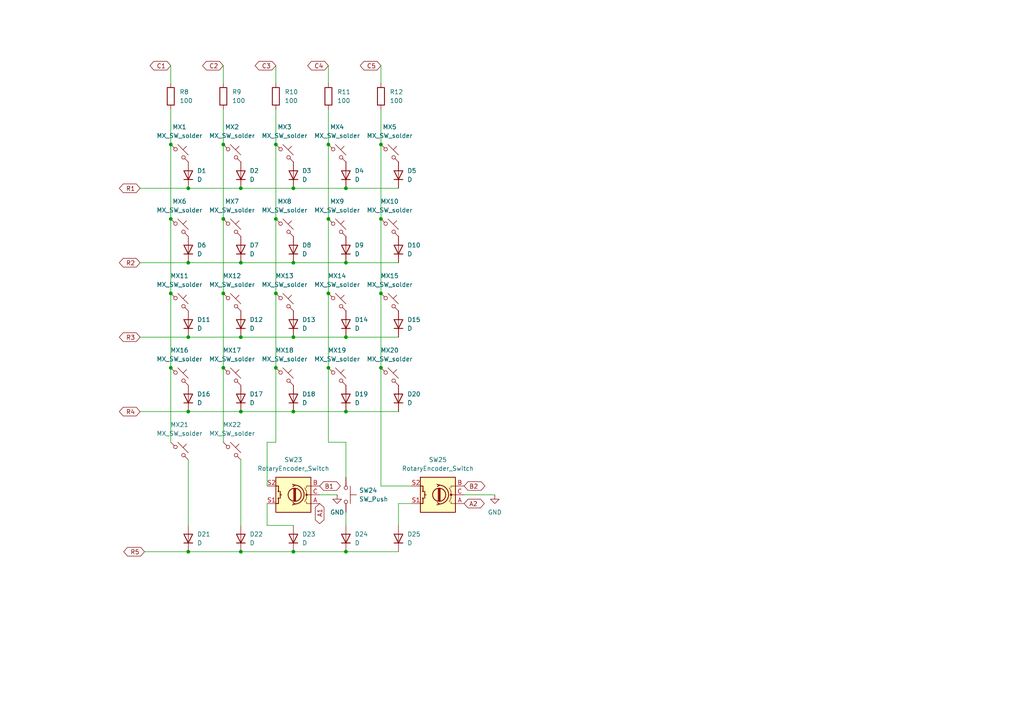
<source format=kicad_sch>
(kicad_sch
	(version 20250114)
	(generator "eeschema")
	(generator_version "9.0")
	(uuid "8c79e5c3-082f-4645-9246-ff229aaf989e")
	(paper "A4")
	(lib_symbols
		(symbol "Device:D"
			(pin_numbers
				(hide yes)
			)
			(pin_names
				(offset 1.016)
				(hide yes)
			)
			(exclude_from_sim no)
			(in_bom yes)
			(on_board yes)
			(property "Reference" "D"
				(at 0 2.54 0)
				(effects
					(font
						(size 1.27 1.27)
					)
				)
			)
			(property "Value" "D"
				(at 0 -2.54 0)
				(effects
					(font
						(size 1.27 1.27)
					)
				)
			)
			(property "Footprint" ""
				(at 0 0 0)
				(effects
					(font
						(size 1.27 1.27)
					)
					(hide yes)
				)
			)
			(property "Datasheet" "~"
				(at 0 0 0)
				(effects
					(font
						(size 1.27 1.27)
					)
					(hide yes)
				)
			)
			(property "Description" "Diode"
				(at 0 0 0)
				(effects
					(font
						(size 1.27 1.27)
					)
					(hide yes)
				)
			)
			(property "Sim.Device" "D"
				(at 0 0 0)
				(effects
					(font
						(size 1.27 1.27)
					)
					(hide yes)
				)
			)
			(property "Sim.Pins" "1=K 2=A"
				(at 0 0 0)
				(effects
					(font
						(size 1.27 1.27)
					)
					(hide yes)
				)
			)
			(property "ki_keywords" "diode"
				(at 0 0 0)
				(effects
					(font
						(size 1.27 1.27)
					)
					(hide yes)
				)
			)
			(property "ki_fp_filters" "TO-???* *_Diode_* *SingleDiode* D_*"
				(at 0 0 0)
				(effects
					(font
						(size 1.27 1.27)
					)
					(hide yes)
				)
			)
			(symbol "D_0_1"
				(polyline
					(pts
						(xy -1.27 1.27) (xy -1.27 -1.27)
					)
					(stroke
						(width 0.254)
						(type default)
					)
					(fill
						(type none)
					)
				)
				(polyline
					(pts
						(xy 1.27 1.27) (xy 1.27 -1.27) (xy -1.27 0) (xy 1.27 1.27)
					)
					(stroke
						(width 0.254)
						(type default)
					)
					(fill
						(type none)
					)
				)
				(polyline
					(pts
						(xy 1.27 0) (xy -1.27 0)
					)
					(stroke
						(width 0)
						(type default)
					)
					(fill
						(type none)
					)
				)
			)
			(symbol "D_1_1"
				(pin passive line
					(at -3.81 0 0)
					(length 2.54)
					(name "K"
						(effects
							(font
								(size 1.27 1.27)
							)
						)
					)
					(number "1"
						(effects
							(font
								(size 1.27 1.27)
							)
						)
					)
				)
				(pin passive line
					(at 3.81 0 180)
					(length 2.54)
					(name "A"
						(effects
							(font
								(size 1.27 1.27)
							)
						)
					)
					(number "2"
						(effects
							(font
								(size 1.27 1.27)
							)
						)
					)
				)
			)
			(embedded_fonts no)
		)
		(symbol "Device:R"
			(pin_numbers
				(hide yes)
			)
			(pin_names
				(offset 0)
			)
			(exclude_from_sim no)
			(in_bom yes)
			(on_board yes)
			(property "Reference" "R"
				(at 2.032 0 90)
				(effects
					(font
						(size 1.27 1.27)
					)
				)
			)
			(property "Value" "R"
				(at 0 0 90)
				(effects
					(font
						(size 1.27 1.27)
					)
				)
			)
			(property "Footprint" ""
				(at -1.778 0 90)
				(effects
					(font
						(size 1.27 1.27)
					)
					(hide yes)
				)
			)
			(property "Datasheet" "~"
				(at 0 0 0)
				(effects
					(font
						(size 1.27 1.27)
					)
					(hide yes)
				)
			)
			(property "Description" "Resistor"
				(at 0 0 0)
				(effects
					(font
						(size 1.27 1.27)
					)
					(hide yes)
				)
			)
			(property "ki_keywords" "R res resistor"
				(at 0 0 0)
				(effects
					(font
						(size 1.27 1.27)
					)
					(hide yes)
				)
			)
			(property "ki_fp_filters" "R_*"
				(at 0 0 0)
				(effects
					(font
						(size 1.27 1.27)
					)
					(hide yes)
				)
			)
			(symbol "R_0_1"
				(rectangle
					(start -1.016 -2.54)
					(end 1.016 2.54)
					(stroke
						(width 0.254)
						(type default)
					)
					(fill
						(type none)
					)
				)
			)
			(symbol "R_1_1"
				(pin passive line
					(at 0 3.81 270)
					(length 1.27)
					(name "~"
						(effects
							(font
								(size 1.27 1.27)
							)
						)
					)
					(number "1"
						(effects
							(font
								(size 1.27 1.27)
							)
						)
					)
				)
				(pin passive line
					(at 0 -3.81 90)
					(length 1.27)
					(name "~"
						(effects
							(font
								(size 1.27 1.27)
							)
						)
					)
					(number "2"
						(effects
							(font
								(size 1.27 1.27)
							)
						)
					)
				)
			)
			(embedded_fonts no)
		)
		(symbol "Device:RotaryEncoder_Switch"
			(pin_names
				(offset 0.254)
				(hide yes)
			)
			(exclude_from_sim no)
			(in_bom yes)
			(on_board yes)
			(property "Reference" "SW"
				(at 0 6.604 0)
				(effects
					(font
						(size 1.27 1.27)
					)
				)
			)
			(property "Value" "RotaryEncoder_Switch"
				(at 0 -6.604 0)
				(effects
					(font
						(size 1.27 1.27)
					)
				)
			)
			(property "Footprint" ""
				(at -3.81 4.064 0)
				(effects
					(font
						(size 1.27 1.27)
					)
					(hide yes)
				)
			)
			(property "Datasheet" "~"
				(at 0 6.604 0)
				(effects
					(font
						(size 1.27 1.27)
					)
					(hide yes)
				)
			)
			(property "Description" "Rotary encoder, dual channel, incremental quadrate outputs, with switch"
				(at 0 0 0)
				(effects
					(font
						(size 1.27 1.27)
					)
					(hide yes)
				)
			)
			(property "ki_keywords" "rotary switch encoder switch push button"
				(at 0 0 0)
				(effects
					(font
						(size 1.27 1.27)
					)
					(hide yes)
				)
			)
			(property "ki_fp_filters" "RotaryEncoder*Switch*"
				(at 0 0 0)
				(effects
					(font
						(size 1.27 1.27)
					)
					(hide yes)
				)
			)
			(symbol "RotaryEncoder_Switch_0_1"
				(rectangle
					(start -5.08 5.08)
					(end 5.08 -5.08)
					(stroke
						(width 0.254)
						(type default)
					)
					(fill
						(type background)
					)
				)
				(polyline
					(pts
						(xy -5.08 2.54) (xy -3.81 2.54) (xy -3.81 2.032)
					)
					(stroke
						(width 0)
						(type default)
					)
					(fill
						(type none)
					)
				)
				(polyline
					(pts
						(xy -5.08 0) (xy -3.81 0) (xy -3.81 -1.016) (xy -3.302 -2.032)
					)
					(stroke
						(width 0)
						(type default)
					)
					(fill
						(type none)
					)
				)
				(polyline
					(pts
						(xy -5.08 -2.54) (xy -3.81 -2.54) (xy -3.81 -2.032)
					)
					(stroke
						(width 0)
						(type default)
					)
					(fill
						(type none)
					)
				)
				(polyline
					(pts
						(xy -4.318 0) (xy -3.81 0) (xy -3.81 1.016) (xy -3.302 2.032)
					)
					(stroke
						(width 0)
						(type default)
					)
					(fill
						(type none)
					)
				)
				(circle
					(center -3.81 0)
					(radius 0.254)
					(stroke
						(width 0)
						(type default)
					)
					(fill
						(type outline)
					)
				)
				(polyline
					(pts
						(xy -0.635 -1.778) (xy -0.635 1.778)
					)
					(stroke
						(width 0.254)
						(type default)
					)
					(fill
						(type none)
					)
				)
				(circle
					(center -0.381 0)
					(radius 1.905)
					(stroke
						(width 0.254)
						(type default)
					)
					(fill
						(type none)
					)
				)
				(polyline
					(pts
						(xy -0.381 -1.778) (xy -0.381 1.778)
					)
					(stroke
						(width 0.254)
						(type default)
					)
					(fill
						(type none)
					)
				)
				(arc
					(start -0.381 -2.794)
					(mid -3.0988 -0.0635)
					(end -0.381 2.667)
					(stroke
						(width 0.254)
						(type default)
					)
					(fill
						(type none)
					)
				)
				(polyline
					(pts
						(xy -0.127 1.778) (xy -0.127 -1.778)
					)
					(stroke
						(width 0.254)
						(type default)
					)
					(fill
						(type none)
					)
				)
				(polyline
					(pts
						(xy 0.254 2.921) (xy -0.508 2.667) (xy 0.127 2.286)
					)
					(stroke
						(width 0.254)
						(type default)
					)
					(fill
						(type none)
					)
				)
				(polyline
					(pts
						(xy 0.254 -3.048) (xy -0.508 -2.794) (xy 0.127 -2.413)
					)
					(stroke
						(width 0.254)
						(type default)
					)
					(fill
						(type none)
					)
				)
				(polyline
					(pts
						(xy 3.81 1.016) (xy 3.81 -1.016)
					)
					(stroke
						(width 0.254)
						(type default)
					)
					(fill
						(type none)
					)
				)
				(polyline
					(pts
						(xy 3.81 0) (xy 3.429 0)
					)
					(stroke
						(width 0.254)
						(type default)
					)
					(fill
						(type none)
					)
				)
				(circle
					(center 4.318 1.016)
					(radius 0.127)
					(stroke
						(width 0.254)
						(type default)
					)
					(fill
						(type none)
					)
				)
				(circle
					(center 4.318 -1.016)
					(radius 0.127)
					(stroke
						(width 0.254)
						(type default)
					)
					(fill
						(type none)
					)
				)
				(polyline
					(pts
						(xy 5.08 2.54) (xy 4.318 2.54) (xy 4.318 1.016)
					)
					(stroke
						(width 0.254)
						(type default)
					)
					(fill
						(type none)
					)
				)
				(polyline
					(pts
						(xy 5.08 -2.54) (xy 4.318 -2.54) (xy 4.318 -1.016)
					)
					(stroke
						(width 0.254)
						(type default)
					)
					(fill
						(type none)
					)
				)
			)
			(symbol "RotaryEncoder_Switch_1_1"
				(pin passive line
					(at -7.62 2.54 0)
					(length 2.54)
					(name "A"
						(effects
							(font
								(size 1.27 1.27)
							)
						)
					)
					(number "A"
						(effects
							(font
								(size 1.27 1.27)
							)
						)
					)
				)
				(pin passive line
					(at -7.62 0 0)
					(length 2.54)
					(name "C"
						(effects
							(font
								(size 1.27 1.27)
							)
						)
					)
					(number "C"
						(effects
							(font
								(size 1.27 1.27)
							)
						)
					)
				)
				(pin passive line
					(at -7.62 -2.54 0)
					(length 2.54)
					(name "B"
						(effects
							(font
								(size 1.27 1.27)
							)
						)
					)
					(number "B"
						(effects
							(font
								(size 1.27 1.27)
							)
						)
					)
				)
				(pin passive line
					(at 7.62 2.54 180)
					(length 2.54)
					(name "S1"
						(effects
							(font
								(size 1.27 1.27)
							)
						)
					)
					(number "S1"
						(effects
							(font
								(size 1.27 1.27)
							)
						)
					)
				)
				(pin passive line
					(at 7.62 -2.54 180)
					(length 2.54)
					(name "S2"
						(effects
							(font
								(size 1.27 1.27)
							)
						)
					)
					(number "S2"
						(effects
							(font
								(size 1.27 1.27)
							)
						)
					)
				)
			)
			(embedded_fonts no)
		)
		(symbol "PCM_marbastlib-mx:MX_SW_solder"
			(pin_numbers
				(hide yes)
			)
			(pin_names
				(offset 1.016)
				(hide yes)
			)
			(exclude_from_sim no)
			(in_bom yes)
			(on_board yes)
			(property "Reference" "MX"
				(at 3.048 1.016 0)
				(effects
					(font
						(size 1.27 1.27)
					)
					(justify left)
				)
			)
			(property "Value" "MX_SW_solder"
				(at 0 -3.81 0)
				(effects
					(font
						(size 1.27 1.27)
					)
				)
			)
			(property "Footprint" "PCM_marbastlib-mx:SW_MX_1u"
				(at 0 0 0)
				(effects
					(font
						(size 1.27 1.27)
					)
					(hide yes)
				)
			)
			(property "Datasheet" "~"
				(at 0 0 0)
				(effects
					(font
						(size 1.27 1.27)
					)
					(hide yes)
				)
			)
			(property "Description" "Push button switch, normally open, two pins, 45° tilted"
				(at 0 0 0)
				(effects
					(font
						(size 1.27 1.27)
					)
					(hide yes)
				)
			)
			(property "ki_keywords" "switch normally-open pushbutton push-button"
				(at 0 0 0)
				(effects
					(font
						(size 1.27 1.27)
					)
					(hide yes)
				)
			)
			(symbol "MX_SW_solder_0_1"
				(polyline
					(pts
						(xy -2.54 2.54) (xy -1.524 1.524) (xy -1.524 1.524)
					)
					(stroke
						(width 0)
						(type default)
					)
					(fill
						(type none)
					)
				)
				(circle
					(center -1.1684 1.1684)
					(radius 0.508)
					(stroke
						(width 0)
						(type default)
					)
					(fill
						(type none)
					)
				)
				(polyline
					(pts
						(xy -0.508 2.54) (xy 2.54 -0.508)
					)
					(stroke
						(width 0)
						(type default)
					)
					(fill
						(type none)
					)
				)
				(polyline
					(pts
						(xy 1.016 1.016) (xy 2.032 2.032)
					)
					(stroke
						(width 0)
						(type default)
					)
					(fill
						(type none)
					)
				)
				(circle
					(center 1.143 -1.1938)
					(radius 0.508)
					(stroke
						(width 0)
						(type default)
					)
					(fill
						(type none)
					)
				)
				(polyline
					(pts
						(xy 1.524 -1.524) (xy 2.54 -2.54) (xy 2.54 -2.54) (xy 2.54 -2.54)
					)
					(stroke
						(width 0)
						(type default)
					)
					(fill
						(type none)
					)
				)
				(pin passive line
					(at -2.54 2.54 0)
					(length 0)
					(name "1"
						(effects
							(font
								(size 1.27 1.27)
							)
						)
					)
					(number "1"
						(effects
							(font
								(size 1.27 1.27)
							)
						)
					)
				)
				(pin passive line
					(at 2.54 -2.54 180)
					(length 0)
					(name "2"
						(effects
							(font
								(size 1.27 1.27)
							)
						)
					)
					(number "2"
						(effects
							(font
								(size 1.27 1.27)
							)
						)
					)
				)
			)
			(embedded_fonts no)
		)
		(symbol "Switch:SW_Push"
			(pin_numbers
				(hide yes)
			)
			(pin_names
				(offset 1.016)
				(hide yes)
			)
			(exclude_from_sim no)
			(in_bom yes)
			(on_board yes)
			(property "Reference" "SW"
				(at 1.27 2.54 0)
				(effects
					(font
						(size 1.27 1.27)
					)
					(justify left)
				)
			)
			(property "Value" "SW_Push"
				(at 0 -1.524 0)
				(effects
					(font
						(size 1.27 1.27)
					)
				)
			)
			(property "Footprint" ""
				(at 0 5.08 0)
				(effects
					(font
						(size 1.27 1.27)
					)
					(hide yes)
				)
			)
			(property "Datasheet" "~"
				(at 0 5.08 0)
				(effects
					(font
						(size 1.27 1.27)
					)
					(hide yes)
				)
			)
			(property "Description" "Push button switch, generic, two pins"
				(at 0 0 0)
				(effects
					(font
						(size 1.27 1.27)
					)
					(hide yes)
				)
			)
			(property "ki_keywords" "switch normally-open pushbutton push-button"
				(at 0 0 0)
				(effects
					(font
						(size 1.27 1.27)
					)
					(hide yes)
				)
			)
			(symbol "SW_Push_0_1"
				(circle
					(center -2.032 0)
					(radius 0.508)
					(stroke
						(width 0)
						(type default)
					)
					(fill
						(type none)
					)
				)
				(polyline
					(pts
						(xy 0 1.27) (xy 0 3.048)
					)
					(stroke
						(width 0)
						(type default)
					)
					(fill
						(type none)
					)
				)
				(circle
					(center 2.032 0)
					(radius 0.508)
					(stroke
						(width 0)
						(type default)
					)
					(fill
						(type none)
					)
				)
				(polyline
					(pts
						(xy 2.54 1.27) (xy -2.54 1.27)
					)
					(stroke
						(width 0)
						(type default)
					)
					(fill
						(type none)
					)
				)
				(pin passive line
					(at -5.08 0 0)
					(length 2.54)
					(name "1"
						(effects
							(font
								(size 1.27 1.27)
							)
						)
					)
					(number "1"
						(effects
							(font
								(size 1.27 1.27)
							)
						)
					)
				)
				(pin passive line
					(at 5.08 0 180)
					(length 2.54)
					(name "2"
						(effects
							(font
								(size 1.27 1.27)
							)
						)
					)
					(number "2"
						(effects
							(font
								(size 1.27 1.27)
							)
						)
					)
				)
			)
			(embedded_fonts no)
		)
		(symbol "power:GND"
			(power)
			(pin_numbers
				(hide yes)
			)
			(pin_names
				(offset 0)
				(hide yes)
			)
			(exclude_from_sim no)
			(in_bom yes)
			(on_board yes)
			(property "Reference" "#PWR"
				(at 0 -6.35 0)
				(effects
					(font
						(size 1.27 1.27)
					)
					(hide yes)
				)
			)
			(property "Value" "GND"
				(at 0 -3.81 0)
				(effects
					(font
						(size 1.27 1.27)
					)
				)
			)
			(property "Footprint" ""
				(at 0 0 0)
				(effects
					(font
						(size 1.27 1.27)
					)
					(hide yes)
				)
			)
			(property "Datasheet" ""
				(at 0 0 0)
				(effects
					(font
						(size 1.27 1.27)
					)
					(hide yes)
				)
			)
			(property "Description" "Power symbol creates a global label with name \"GND\" , ground"
				(at 0 0 0)
				(effects
					(font
						(size 1.27 1.27)
					)
					(hide yes)
				)
			)
			(property "ki_keywords" "global power"
				(at 0 0 0)
				(effects
					(font
						(size 1.27 1.27)
					)
					(hide yes)
				)
			)
			(symbol "GND_0_1"
				(polyline
					(pts
						(xy 0 0) (xy 0 -1.27) (xy 1.27 -1.27) (xy 0 -2.54) (xy -1.27 -1.27) (xy 0 -1.27)
					)
					(stroke
						(width 0)
						(type default)
					)
					(fill
						(type none)
					)
				)
			)
			(symbol "GND_1_1"
				(pin power_in line
					(at 0 0 270)
					(length 0)
					(name "~"
						(effects
							(font
								(size 1.27 1.27)
							)
						)
					)
					(number "1"
						(effects
							(font
								(size 1.27 1.27)
							)
						)
					)
				)
			)
			(embedded_fonts no)
		)
	)
	(junction
		(at 100.33 76.2)
		(diameter 0)
		(color 0 0 0 0)
		(uuid "008ebe75-d655-4a65-af62-fad2dbea33a6")
	)
	(junction
		(at 54.61 97.79)
		(diameter 0)
		(color 0 0 0 0)
		(uuid "09ad7444-eae4-42e6-8eef-9757dc589992")
	)
	(junction
		(at 100.33 160.02)
		(diameter 0)
		(color 0 0 0 0)
		(uuid "171ddc0e-7c2a-4705-94f6-9074c0d9ee0b")
	)
	(junction
		(at 69.85 54.61)
		(diameter 0)
		(color 0 0 0 0)
		(uuid "19b75c7e-3d3b-44f2-bf9a-58927720ec59")
	)
	(junction
		(at 95.25 63.5)
		(diameter 0)
		(color 0 0 0 0)
		(uuid "249493a1-2203-40f2-985f-1471796135e1")
	)
	(junction
		(at 69.85 76.2)
		(diameter 0)
		(color 0 0 0 0)
		(uuid "32b91829-ee55-4f13-8832-ae17531f8c3f")
	)
	(junction
		(at 80.01 106.68)
		(diameter 0)
		(color 0 0 0 0)
		(uuid "364f68cf-0c7e-49f8-9cf4-962c4449e642")
	)
	(junction
		(at 80.01 85.09)
		(diameter 0)
		(color 0 0 0 0)
		(uuid "36ec4897-205b-4f53-9a5c-0a6970eb68d3")
	)
	(junction
		(at 49.53 106.68)
		(diameter 0)
		(color 0 0 0 0)
		(uuid "4917e77d-e9d6-44e2-83b0-31ee6706d2e4")
	)
	(junction
		(at 85.09 76.2)
		(diameter 0)
		(color 0 0 0 0)
		(uuid "67826cff-adae-4e12-9d90-018434355bb0")
	)
	(junction
		(at 64.77 85.09)
		(diameter 0)
		(color 0 0 0 0)
		(uuid "69edb7c9-279c-4434-ad42-07f5c523ff4d")
	)
	(junction
		(at 49.53 85.09)
		(diameter 0)
		(color 0 0 0 0)
		(uuid "6d5bed73-4ece-43ef-aff9-da1bfd5ac9cb")
	)
	(junction
		(at 54.61 119.38)
		(diameter 0)
		(color 0 0 0 0)
		(uuid "6ea5b448-1180-485c-ab49-e05f3c157a3f")
	)
	(junction
		(at 69.85 160.02)
		(diameter 0)
		(color 0 0 0 0)
		(uuid "71cba79f-3124-4795-ab29-4fed94c46841")
	)
	(junction
		(at 54.61 76.2)
		(diameter 0)
		(color 0 0 0 0)
		(uuid "72148226-6874-4a75-955c-a7811e7795df")
	)
	(junction
		(at 100.33 119.38)
		(diameter 0)
		(color 0 0 0 0)
		(uuid "7359f739-37fd-421e-9874-9a45c862fb99")
	)
	(junction
		(at 69.85 97.79)
		(diameter 0)
		(color 0 0 0 0)
		(uuid "773355ee-07bb-40f1-adc7-0f716a1ba123")
	)
	(junction
		(at 110.49 63.5)
		(diameter 0)
		(color 0 0 0 0)
		(uuid "7edab2ab-bc56-4e98-affe-18527057ad6c")
	)
	(junction
		(at 49.53 41.91)
		(diameter 0)
		(color 0 0 0 0)
		(uuid "8052e4d7-bf2f-4c2f-a31f-c9ce11a16c43")
	)
	(junction
		(at 100.33 97.79)
		(diameter 0)
		(color 0 0 0 0)
		(uuid "80746892-4363-43a1-b90f-4d073eeeee2a")
	)
	(junction
		(at 95.25 106.68)
		(diameter 0)
		(color 0 0 0 0)
		(uuid "9a66233b-2bf8-4ce1-9c33-8967556d3fc3")
	)
	(junction
		(at 69.85 119.38)
		(diameter 0)
		(color 0 0 0 0)
		(uuid "9b624d16-6e44-445d-86b5-aa87362dd67b")
	)
	(junction
		(at 85.09 97.79)
		(diameter 0)
		(color 0 0 0 0)
		(uuid "9c59e6c0-7b0a-45b5-9821-71ee13469708")
	)
	(junction
		(at 100.33 54.61)
		(diameter 0)
		(color 0 0 0 0)
		(uuid "a0bfd47b-0e98-4e7c-bc44-87953944e068")
	)
	(junction
		(at 110.49 41.91)
		(diameter 0)
		(color 0 0 0 0)
		(uuid "acdf1ea8-acf4-4230-bd10-62c052b2c88b")
	)
	(junction
		(at 64.77 106.68)
		(diameter 0)
		(color 0 0 0 0)
		(uuid "ae8c5518-fd5b-4a65-b2c7-749663a1286b")
	)
	(junction
		(at 85.09 160.02)
		(diameter 0)
		(color 0 0 0 0)
		(uuid "b0275898-f891-418a-9dff-8b451c5b7cab")
	)
	(junction
		(at 54.61 54.61)
		(diameter 0)
		(color 0 0 0 0)
		(uuid "bbc53295-54d9-4aa0-ba9c-7dbe30a0ee29")
	)
	(junction
		(at 95.25 41.91)
		(diameter 0)
		(color 0 0 0 0)
		(uuid "bcc026a1-bd3f-4226-ad53-c966828a4e28")
	)
	(junction
		(at 85.09 119.38)
		(diameter 0)
		(color 0 0 0 0)
		(uuid "cdd71bac-a1cb-469b-9de1-05d3520f941b")
	)
	(junction
		(at 95.25 85.09)
		(diameter 0)
		(color 0 0 0 0)
		(uuid "cf45a705-f91b-47c6-a493-60dac54922b6")
	)
	(junction
		(at 64.77 63.5)
		(diameter 0)
		(color 0 0 0 0)
		(uuid "d621d35c-72d5-4076-b737-470dacb1cd25")
	)
	(junction
		(at 80.01 41.91)
		(diameter 0)
		(color 0 0 0 0)
		(uuid "e4c4d5ea-805b-4ec5-999b-288da53b59f8")
	)
	(junction
		(at 64.77 41.91)
		(diameter 0)
		(color 0 0 0 0)
		(uuid "eb3fc2f2-de0b-44d6-9e1f-dbc020aaff04")
	)
	(junction
		(at 110.49 85.09)
		(diameter 0)
		(color 0 0 0 0)
		(uuid "ee9d8552-9bcf-4ad1-83f6-8167638b5670")
	)
	(junction
		(at 49.53 63.5)
		(diameter 0)
		(color 0 0 0 0)
		(uuid "eedb4c73-aa41-4731-87b2-d56a87038144")
	)
	(junction
		(at 85.09 54.61)
		(diameter 0)
		(color 0 0 0 0)
		(uuid "f73d1e0d-256d-48a3-8933-361eaa5280cf")
	)
	(junction
		(at 110.49 106.68)
		(diameter 0)
		(color 0 0 0 0)
		(uuid "f7a84604-c125-4d01-8cd5-1f467066ec51")
	)
	(junction
		(at 54.61 160.02)
		(diameter 0)
		(color 0 0 0 0)
		(uuid "fbc1737e-2ffd-4423-aa99-a0e7a774c679")
	)
	(junction
		(at 80.01 63.5)
		(diameter 0)
		(color 0 0 0 0)
		(uuid "ffe80d91-3c3b-4d63-9b92-9c031268f2ae")
	)
	(wire
		(pts
			(xy 40.64 54.61) (xy 54.61 54.61)
		)
		(stroke
			(width 0)
			(type default)
		)
		(uuid "024848d0-e641-4a8c-acab-41f620470bd2")
	)
	(wire
		(pts
			(xy 100.33 97.79) (xy 115.57 97.79)
		)
		(stroke
			(width 0)
			(type default)
		)
		(uuid "03bc6aaf-a568-4da2-b337-3330b6e04b9d")
	)
	(wire
		(pts
			(xy 64.77 63.5) (xy 64.77 85.09)
		)
		(stroke
			(width 0)
			(type default)
		)
		(uuid "0dcd360e-ebed-4dd8-bcc6-f30db15ffbc4")
	)
	(wire
		(pts
			(xy 69.85 160.02) (xy 85.09 160.02)
		)
		(stroke
			(width 0)
			(type default)
		)
		(uuid "0e6a5865-fa2c-4452-8d46-dc2441c2e327")
	)
	(wire
		(pts
			(xy 41.91 160.02) (xy 54.61 160.02)
		)
		(stroke
			(width 0)
			(type default)
		)
		(uuid "0f8c7888-6751-4d48-b355-7e960cd86d8d")
	)
	(wire
		(pts
			(xy 80.01 106.68) (xy 80.01 128.27)
		)
		(stroke
			(width 0)
			(type default)
		)
		(uuid "0fd6218a-85c1-49e8-b9a7-e3428deb60f7")
	)
	(wire
		(pts
			(xy 85.09 160.02) (xy 100.33 160.02)
		)
		(stroke
			(width 0)
			(type default)
		)
		(uuid "1151ec01-afa3-4ccd-a38d-66aa2ce5ae83")
	)
	(wire
		(pts
			(xy 54.61 97.79) (xy 69.85 97.79)
		)
		(stroke
			(width 0)
			(type default)
		)
		(uuid "173af806-a28c-43f3-ab3c-3834c837c5ec")
	)
	(wire
		(pts
			(xy 80.01 31.75) (xy 80.01 41.91)
		)
		(stroke
			(width 0)
			(type default)
		)
		(uuid "1b17d5bc-6775-417f-858c-716aec956037")
	)
	(wire
		(pts
			(xy 49.53 106.68) (xy 49.53 128.27)
		)
		(stroke
			(width 0)
			(type default)
		)
		(uuid "22477b58-ee8a-46d6-a1bf-4ff189614e68")
	)
	(wire
		(pts
			(xy 49.53 24.13) (xy 49.53 19.05)
		)
		(stroke
			(width 0)
			(type default)
		)
		(uuid "260eef83-8831-4a5f-aff1-199751ad331d")
	)
	(wire
		(pts
			(xy 64.77 24.13) (xy 64.77 19.05)
		)
		(stroke
			(width 0)
			(type default)
		)
		(uuid "2c597240-42f5-4ad3-afc4-1853b049430f")
	)
	(wire
		(pts
			(xy 100.33 138.43) (xy 100.33 128.27)
		)
		(stroke
			(width 0)
			(type default)
		)
		(uuid "31794fb3-4820-4347-89fb-ef831734d0da")
	)
	(wire
		(pts
			(xy 134.62 143.51) (xy 143.51 143.51)
		)
		(stroke
			(width 0)
			(type default)
		)
		(uuid "33854479-a064-4c9f-a719-c2c11a04931f")
	)
	(wire
		(pts
			(xy 80.01 85.09) (xy 80.01 106.68)
		)
		(stroke
			(width 0)
			(type default)
		)
		(uuid "357e2f14-ba2c-4335-93ce-a87f8c6c0e4e")
	)
	(wire
		(pts
			(xy 95.25 41.91) (xy 95.25 63.5)
		)
		(stroke
			(width 0)
			(type default)
		)
		(uuid "40c63e75-c5f4-4b6e-b6e3-6e58f71675ef")
	)
	(wire
		(pts
			(xy 95.25 63.5) (xy 95.25 85.09)
		)
		(stroke
			(width 0)
			(type default)
		)
		(uuid "40d3a2d8-ef5f-4f89-887f-19c20ba83f60")
	)
	(wire
		(pts
			(xy 40.64 119.38) (xy 54.61 119.38)
		)
		(stroke
			(width 0)
			(type default)
		)
		(uuid "4347617d-8a79-45cd-8eae-360437fa2834")
	)
	(wire
		(pts
			(xy 49.53 85.09) (xy 49.53 106.68)
		)
		(stroke
			(width 0)
			(type default)
		)
		(uuid "47f1f240-84dc-4754-a6c2-ee38eb6a0f2b")
	)
	(wire
		(pts
			(xy 115.57 146.05) (xy 115.57 152.4)
		)
		(stroke
			(width 0)
			(type default)
		)
		(uuid "4aac1af7-da47-4d6c-8a73-b43272d750c9")
	)
	(wire
		(pts
			(xy 54.61 54.61) (xy 69.85 54.61)
		)
		(stroke
			(width 0)
			(type default)
		)
		(uuid "4c162253-958f-44f1-86b1-a2768921ab50")
	)
	(wire
		(pts
			(xy 110.49 24.13) (xy 110.49 19.05)
		)
		(stroke
			(width 0)
			(type default)
		)
		(uuid "4e638edc-7b87-4d8a-b6c4-e54ca30daec2")
	)
	(wire
		(pts
			(xy 40.64 76.2) (xy 54.61 76.2)
		)
		(stroke
			(width 0)
			(type default)
		)
		(uuid "50e0017e-aa86-488d-8072-6ce930d62750")
	)
	(wire
		(pts
			(xy 54.61 119.38) (xy 69.85 119.38)
		)
		(stroke
			(width 0)
			(type default)
		)
		(uuid "553c2a3a-c532-4728-8dbf-bd08a3e128e5")
	)
	(wire
		(pts
			(xy 69.85 97.79) (xy 85.09 97.79)
		)
		(stroke
			(width 0)
			(type default)
		)
		(uuid "5708f076-2d93-43db-83f3-9930e4a8db21")
	)
	(wire
		(pts
			(xy 80.01 24.13) (xy 80.01 19.05)
		)
		(stroke
			(width 0)
			(type default)
		)
		(uuid "69873223-148e-475b-a6f6-dc47a7af20af")
	)
	(wire
		(pts
			(xy 64.77 31.75) (xy 64.77 41.91)
		)
		(stroke
			(width 0)
			(type default)
		)
		(uuid "69db17aa-4267-468d-9ed9-dd71087324f9")
	)
	(wire
		(pts
			(xy 100.33 54.61) (xy 115.57 54.61)
		)
		(stroke
			(width 0)
			(type default)
		)
		(uuid "6bf47c1d-494d-4a56-aee7-59ce43aee185")
	)
	(wire
		(pts
			(xy 110.49 106.68) (xy 110.49 140.97)
		)
		(stroke
			(width 0)
			(type default)
		)
		(uuid "6e5f0944-2c65-4bf2-b854-ba2742d4490e")
	)
	(wire
		(pts
			(xy 54.61 76.2) (xy 69.85 76.2)
		)
		(stroke
			(width 0)
			(type default)
		)
		(uuid "6e6a9ca1-d4b2-4e96-bda7-323e7062d3e0")
	)
	(wire
		(pts
			(xy 77.47 128.27) (xy 80.01 128.27)
		)
		(stroke
			(width 0)
			(type default)
		)
		(uuid "749730a7-5df0-4ad0-b45f-858909238aa4")
	)
	(wire
		(pts
			(xy 110.49 85.09) (xy 110.49 106.68)
		)
		(stroke
			(width 0)
			(type default)
		)
		(uuid "760aaa0b-c9ff-4c5f-a4dc-2d39aa4f205e")
	)
	(wire
		(pts
			(xy 69.85 152.4) (xy 69.85 133.35)
		)
		(stroke
			(width 0)
			(type default)
		)
		(uuid "786766fa-c66b-4062-a952-c23bfa3a7212")
	)
	(wire
		(pts
			(xy 80.01 41.91) (xy 80.01 63.5)
		)
		(stroke
			(width 0)
			(type default)
		)
		(uuid "7c819ba8-8d21-4658-987b-f0cd1440d154")
	)
	(wire
		(pts
			(xy 77.47 146.05) (xy 77.47 152.4)
		)
		(stroke
			(width 0)
			(type default)
		)
		(uuid "7d0bfe41-6b4f-4651-9761-56399fb7b9b5")
	)
	(wire
		(pts
			(xy 110.49 63.5) (xy 110.49 85.09)
		)
		(stroke
			(width 0)
			(type default)
		)
		(uuid "7e158262-cbe6-4cfb-9cda-33915a59213c")
	)
	(wire
		(pts
			(xy 95.25 106.68) (xy 95.25 128.27)
		)
		(stroke
			(width 0)
			(type default)
		)
		(uuid "7f12c6e7-d546-4027-994e-6a500b12d696")
	)
	(wire
		(pts
			(xy 100.33 76.2) (xy 115.57 76.2)
		)
		(stroke
			(width 0)
			(type default)
		)
		(uuid "7f716517-c5f9-421c-a9d5-e10ee4f5f7c2")
	)
	(wire
		(pts
			(xy 85.09 76.2) (xy 100.33 76.2)
		)
		(stroke
			(width 0)
			(type default)
		)
		(uuid "87ef9dfe-2564-4b2a-853b-2c1ecd916682")
	)
	(wire
		(pts
			(xy 69.85 119.38) (xy 85.09 119.38)
		)
		(stroke
			(width 0)
			(type default)
		)
		(uuid "881829cd-d5eb-4b5a-9add-f5d654c0770d")
	)
	(wire
		(pts
			(xy 110.49 140.97) (xy 119.38 140.97)
		)
		(stroke
			(width 0)
			(type default)
		)
		(uuid "8c596468-9836-44b4-9636-6f005d41fd42")
	)
	(wire
		(pts
			(xy 54.61 160.02) (xy 69.85 160.02)
		)
		(stroke
			(width 0)
			(type default)
		)
		(uuid "8cc95227-f087-4366-9c1e-b45e1edf95e5")
	)
	(wire
		(pts
			(xy 64.77 106.68) (xy 64.77 128.27)
		)
		(stroke
			(width 0)
			(type default)
		)
		(uuid "8f4270fa-f7b9-4d65-9cd3-549b6ba092b7")
	)
	(wire
		(pts
			(xy 85.09 54.61) (xy 100.33 54.61)
		)
		(stroke
			(width 0)
			(type default)
		)
		(uuid "9855ef45-6c7d-4544-9596-613b47ea1b65")
	)
	(wire
		(pts
			(xy 100.33 128.27) (xy 95.25 128.27)
		)
		(stroke
			(width 0)
			(type default)
		)
		(uuid "9b82ece3-d729-4c13-81e7-e0e7af382619")
	)
	(wire
		(pts
			(xy 40.64 97.79) (xy 54.61 97.79)
		)
		(stroke
			(width 0)
			(type default)
		)
		(uuid "9baf5e61-15c1-455b-b943-c25929324e61")
	)
	(wire
		(pts
			(xy 85.09 97.79) (xy 100.33 97.79)
		)
		(stroke
			(width 0)
			(type default)
		)
		(uuid "a33fb26e-46c3-45a6-87ff-da1bd985892b")
	)
	(wire
		(pts
			(xy 77.47 140.97) (xy 77.47 128.27)
		)
		(stroke
			(width 0)
			(type default)
		)
		(uuid "a50ab2a3-b523-4f8e-848d-5f6299cd47b0")
	)
	(wire
		(pts
			(xy 100.33 148.59) (xy 100.33 152.4)
		)
		(stroke
			(width 0)
			(type default)
		)
		(uuid "a7e2a99c-7596-41d3-8528-87c5cd393c4f")
	)
	(wire
		(pts
			(xy 92.71 143.51) (xy 97.79 143.51)
		)
		(stroke
			(width 0)
			(type default)
		)
		(uuid "b17a1309-51b3-4d28-a192-22b8dbed855f")
	)
	(wire
		(pts
			(xy 77.47 152.4) (xy 85.09 152.4)
		)
		(stroke
			(width 0)
			(type default)
		)
		(uuid "b3d7a9c2-aa70-43b0-9475-a623cf077c2d")
	)
	(wire
		(pts
			(xy 69.85 54.61) (xy 85.09 54.61)
		)
		(stroke
			(width 0)
			(type default)
		)
		(uuid "b659a04b-255c-4985-b0a0-66cea3252579")
	)
	(wire
		(pts
			(xy 95.25 31.75) (xy 95.25 41.91)
		)
		(stroke
			(width 0)
			(type default)
		)
		(uuid "bfc4554e-f5b9-4171-9b95-a3502e5ae572")
	)
	(wire
		(pts
			(xy 64.77 41.91) (xy 64.77 63.5)
		)
		(stroke
			(width 0)
			(type default)
		)
		(uuid "c653b422-51d9-4c39-bfa6-53f590d39619")
	)
	(wire
		(pts
			(xy 49.53 41.91) (xy 49.53 63.5)
		)
		(stroke
			(width 0)
			(type default)
		)
		(uuid "ca7644a2-2e18-4a2f-994b-e03a2b78321e")
	)
	(wire
		(pts
			(xy 49.53 63.5) (xy 49.53 85.09)
		)
		(stroke
			(width 0)
			(type default)
		)
		(uuid "cf0ac249-c073-4025-b866-4494d5b3ceaa")
	)
	(wire
		(pts
			(xy 49.53 31.75) (xy 49.53 41.91)
		)
		(stroke
			(width 0)
			(type default)
		)
		(uuid "cf0adf15-2a40-4219-8bd5-cd8e209a2791")
	)
	(wire
		(pts
			(xy 100.33 119.38) (xy 115.57 119.38)
		)
		(stroke
			(width 0)
			(type default)
		)
		(uuid "d223af22-382f-4124-9109-38e2992a8ce3")
	)
	(wire
		(pts
			(xy 95.25 24.13) (xy 95.25 19.05)
		)
		(stroke
			(width 0)
			(type default)
		)
		(uuid "d3344346-5b22-4d94-a964-fdbe2f9f0f19")
	)
	(wire
		(pts
			(xy 95.25 85.09) (xy 95.25 106.68)
		)
		(stroke
			(width 0)
			(type default)
		)
		(uuid "d42116ee-747f-4f2e-adef-b2d0119d7aa4")
	)
	(wire
		(pts
			(xy 69.85 76.2) (xy 85.09 76.2)
		)
		(stroke
			(width 0)
			(type default)
		)
		(uuid "d45a0abb-2e33-457a-9c87-6fa6dc8b3f1d")
	)
	(wire
		(pts
			(xy 110.49 31.75) (xy 110.49 41.91)
		)
		(stroke
			(width 0)
			(type default)
		)
		(uuid "daf997f3-4623-4670-aeac-6c134a661d03")
	)
	(wire
		(pts
			(xy 54.61 152.4) (xy 54.61 133.35)
		)
		(stroke
			(width 0)
			(type default)
		)
		(uuid "de17eebc-728d-46bc-933b-470b5c5e3f60")
	)
	(wire
		(pts
			(xy 110.49 41.91) (xy 110.49 63.5)
		)
		(stroke
			(width 0)
			(type default)
		)
		(uuid "e25cecc0-567e-4d98-b221-87741427a7dc")
	)
	(wire
		(pts
			(xy 85.09 119.38) (xy 100.33 119.38)
		)
		(stroke
			(width 0)
			(type default)
		)
		(uuid "e6232b5c-1775-4951-9dd5-ce952a1f5490")
	)
	(wire
		(pts
			(xy 64.77 85.09) (xy 64.77 106.68)
		)
		(stroke
			(width 0)
			(type default)
		)
		(uuid "f04c8450-300e-4d3e-b8dc-9e95e4617d6c")
	)
	(wire
		(pts
			(xy 80.01 63.5) (xy 80.01 85.09)
		)
		(stroke
			(width 0)
			(type default)
		)
		(uuid "f5658cf2-95ba-4dde-95d7-2c0a3c21e2f7")
	)
	(wire
		(pts
			(xy 119.38 146.05) (xy 115.57 146.05)
		)
		(stroke
			(width 0)
			(type default)
		)
		(uuid "fc34de18-191f-48e1-a881-99ec84b110d9")
	)
	(wire
		(pts
			(xy 100.33 160.02) (xy 115.57 160.02)
		)
		(stroke
			(width 0)
			(type default)
		)
		(uuid "ffd73a48-ee4b-448c-a77a-ae675af13bb9")
	)
	(global_label "C5"
		(shape bidirectional)
		(at 110.49 19.05 180)
		(fields_autoplaced yes)
		(effects
			(font
				(size 1.27 1.27)
			)
			(justify right)
		)
		(uuid "0becc3eb-07d6-40a1-a0d9-58230f38cb74")
		(property "Intersheetrefs" "${INTERSHEET_REFS}"
			(at 103.914 19.05 0)
			(effects
				(font
					(size 1.27 1.27)
				)
				(justify right)
				(hide yes)
			)
		)
	)
	(global_label "R1"
		(shape bidirectional)
		(at 40.64 54.61 180)
		(fields_autoplaced yes)
		(effects
			(font
				(size 1.27 1.27)
			)
			(justify right)
		)
		(uuid "5858a504-881f-47f8-a550-115bf51e3c7f")
		(property "Intersheetrefs" "${INTERSHEET_REFS}"
			(at 34.064 54.61 0)
			(effects
				(font
					(size 1.27 1.27)
				)
				(justify right)
				(hide yes)
			)
		)
	)
	(global_label "C1"
		(shape bidirectional)
		(at 49.53 19.05 180)
		(fields_autoplaced yes)
		(effects
			(font
				(size 1.27 1.27)
			)
			(justify right)
		)
		(uuid "5d08f6fd-6cbf-4629-b6a7-87463c1dd5b4")
		(property "Intersheetrefs" "${INTERSHEET_REFS}"
			(at 42.954 19.05 0)
			(effects
				(font
					(size 1.27 1.27)
				)
				(justify right)
				(hide yes)
			)
		)
	)
	(global_label "R3"
		(shape bidirectional)
		(at 40.64 97.79 180)
		(fields_autoplaced yes)
		(effects
			(font
				(size 1.27 1.27)
			)
			(justify right)
		)
		(uuid "6cd971fc-87d0-4a3c-b091-2c950f229b00")
		(property "Intersheetrefs" "${INTERSHEET_REFS}"
			(at 34.064 97.79 0)
			(effects
				(font
					(size 1.27 1.27)
				)
				(justify right)
				(hide yes)
			)
		)
	)
	(global_label "C3"
		(shape bidirectional)
		(at 80.01 19.05 180)
		(fields_autoplaced yes)
		(effects
			(font
				(size 1.27 1.27)
			)
			(justify right)
		)
		(uuid "6cdd79e6-1795-4aa1-a885-5dd8f73b192a")
		(property "Intersheetrefs" "${INTERSHEET_REFS}"
			(at 73.434 19.05 0)
			(effects
				(font
					(size 1.27 1.27)
				)
				(justify right)
				(hide yes)
			)
		)
	)
	(global_label "B1"
		(shape bidirectional)
		(at 92.71 140.97 0)
		(fields_autoplaced yes)
		(effects
			(font
				(size 1.27 1.27)
			)
			(justify left)
		)
		(uuid "7146b4d6-f576-4923-a161-e30a8635cddd")
		(property "Intersheetrefs" "${INTERSHEET_REFS}"
			(at 99.286 140.97 0)
			(effects
				(font
					(size 1.27 1.27)
				)
				(justify left)
				(hide yes)
			)
		)
	)
	(global_label "R2"
		(shape bidirectional)
		(at 40.64 76.2 180)
		(fields_autoplaced yes)
		(effects
			(font
				(size 1.27 1.27)
			)
			(justify right)
		)
		(uuid "71f3247a-b021-4c2d-ba12-9b88229737ae")
		(property "Intersheetrefs" "${INTERSHEET_REFS}"
			(at 34.064 76.2 0)
			(effects
				(font
					(size 1.27 1.27)
				)
				(justify right)
				(hide yes)
			)
		)
	)
	(global_label "R4"
		(shape bidirectional)
		(at 40.64 119.38 180)
		(fields_autoplaced yes)
		(effects
			(font
				(size 1.27 1.27)
			)
			(justify right)
		)
		(uuid "7a0b4ddc-dc11-400c-95ca-650f07872cf3")
		(property "Intersheetrefs" "${INTERSHEET_REFS}"
			(at 34.064 119.38 0)
			(effects
				(font
					(size 1.27 1.27)
				)
				(justify right)
				(hide yes)
			)
		)
	)
	(global_label "C2"
		(shape bidirectional)
		(at 64.77 19.05 180)
		(fields_autoplaced yes)
		(effects
			(font
				(size 1.27 1.27)
			)
			(justify right)
		)
		(uuid "84f4aafa-0984-4291-8899-a7459c2b9055")
		(property "Intersheetrefs" "${INTERSHEET_REFS}"
			(at 58.194 19.05 0)
			(effects
				(font
					(size 1.27 1.27)
				)
				(justify right)
				(hide yes)
			)
		)
	)
	(global_label "A1"
		(shape bidirectional)
		(at 92.71 146.05 270)
		(fields_autoplaced yes)
		(effects
			(font
				(size 1.27 1.27)
			)
			(justify right)
		)
		(uuid "8e017d0c-dd7a-473d-b5dc-df203ab8a313")
		(property "Intersheetrefs" "${INTERSHEET_REFS}"
			(at 92.71 152.4446 90)
			(effects
				(font
					(size 1.27 1.27)
				)
				(justify right)
				(hide yes)
			)
		)
	)
	(global_label "B2"
		(shape bidirectional)
		(at 134.62 140.97 0)
		(fields_autoplaced yes)
		(effects
			(font
				(size 1.27 1.27)
			)
			(justify left)
		)
		(uuid "9078e089-2572-4d4d-96d4-00fb119a93e2")
		(property "Intersheetrefs" "${INTERSHEET_REFS}"
			(at 141.196 140.97 0)
			(effects
				(font
					(size 1.27 1.27)
				)
				(justify left)
				(hide yes)
			)
		)
	)
	(global_label "A2"
		(shape bidirectional)
		(at 134.62 146.05 0)
		(fields_autoplaced yes)
		(effects
			(font
				(size 1.27 1.27)
			)
			(justify left)
		)
		(uuid "c796110c-9564-40cd-90e8-2832ca58db36")
		(property "Intersheetrefs" "${INTERSHEET_REFS}"
			(at 141.0146 146.05 0)
			(effects
				(font
					(size 1.27 1.27)
				)
				(justify left)
				(hide yes)
			)
		)
	)
	(global_label "C4"
		(shape bidirectional)
		(at 95.25 19.05 180)
		(fields_autoplaced yes)
		(effects
			(font
				(size 1.27 1.27)
			)
			(justify right)
		)
		(uuid "ce56b6d6-c684-4657-9aab-3abf866ff25c")
		(property "Intersheetrefs" "${INTERSHEET_REFS}"
			(at 88.674 19.05 0)
			(effects
				(font
					(size 1.27 1.27)
				)
				(justify right)
				(hide yes)
			)
		)
	)
	(global_label "R5"
		(shape bidirectional)
		(at 41.91 160.02 180)
		(fields_autoplaced yes)
		(effects
			(font
				(size 1.27 1.27)
			)
			(justify right)
		)
		(uuid "eee48ecb-bd19-46ff-ad88-63515a5cd2a3")
		(property "Intersheetrefs" "${INTERSHEET_REFS}"
			(at 35.334 160.02 0)
			(effects
				(font
					(size 1.27 1.27)
				)
				(justify right)
				(hide yes)
			)
		)
	)
	(symbol
		(lib_id "Device:D")
		(at 54.61 156.21 90)
		(unit 1)
		(exclude_from_sim no)
		(in_bom yes)
		(on_board yes)
		(dnp no)
		(fields_autoplaced yes)
		(uuid "014206de-5e44-47cb-9833-343f13ea43f1")
		(property "Reference" "D21"
			(at 57.15 154.9399 90)
			(effects
				(font
					(size 1.27 1.27)
				)
				(justify right)
			)
		)
		(property "Value" "D"
			(at 57.15 157.4799 90)
			(effects
				(font
					(size 1.27 1.27)
				)
				(justify right)
			)
		)
		(property "Footprint" "Diode_SMD:D_SOD-323"
			(at 54.61 156.21 0)
			(effects
				(font
					(size 1.27 1.27)
				)
				(hide yes)
			)
		)
		(property "Datasheet" "~"
			(at 54.61 156.21 0)
			(effects
				(font
					(size 1.27 1.27)
				)
				(hide yes)
			)
		)
		(property "Description" "Diode"
			(at 54.61 156.21 0)
			(effects
				(font
					(size 1.27 1.27)
				)
				(hide yes)
			)
		)
		(property "Sim.Device" "D"
			(at 54.61 156.21 0)
			(effects
				(font
					(size 1.27 1.27)
				)
				(hide yes)
			)
		)
		(property "Sim.Pins" "1=K 2=A"
			(at 54.61 156.21 0)
			(effects
				(font
					(size 1.27 1.27)
				)
				(hide yes)
			)
		)
		(pin "1"
			(uuid "b66e8fea-1e37-45fe-88dd-34991b3579bc")
		)
		(pin "2"
			(uuid "a08cff0a-1168-4e66-88cd-6c2f366fda25")
		)
		(instances
			(project "macro_keyboard"
				(path "/aca0742d-3eab-40a2-b5d4-a1407f86da70/c7447749-bdb1-4995-ac3b-2b46fd932505"
					(reference "D21")
					(unit 1)
				)
			)
		)
	)
	(symbol
		(lib_id "Device:D")
		(at 100.33 72.39 90)
		(unit 1)
		(exclude_from_sim no)
		(in_bom yes)
		(on_board yes)
		(dnp no)
		(fields_autoplaced yes)
		(uuid "0225642c-6ca4-414b-a70c-f016e8b41875")
		(property "Reference" "D9"
			(at 102.87 71.1199 90)
			(effects
				(font
					(size 1.27 1.27)
				)
				(justify right)
			)
		)
		(property "Value" "D"
			(at 102.87 73.6599 90)
			(effects
				(font
					(size 1.27 1.27)
				)
				(justify right)
			)
		)
		(property "Footprint" "Diode_SMD:D_SOD-323"
			(at 100.33 72.39 0)
			(effects
				(font
					(size 1.27 1.27)
				)
				(hide yes)
			)
		)
		(property "Datasheet" "~"
			(at 100.33 72.39 0)
			(effects
				(font
					(size 1.27 1.27)
				)
				(hide yes)
			)
		)
		(property "Description" "Diode"
			(at 100.33 72.39 0)
			(effects
				(font
					(size 1.27 1.27)
				)
				(hide yes)
			)
		)
		(property "Sim.Device" "D"
			(at 100.33 72.39 0)
			(effects
				(font
					(size 1.27 1.27)
				)
				(hide yes)
			)
		)
		(property "Sim.Pins" "1=K 2=A"
			(at 100.33 72.39 0)
			(effects
				(font
					(size 1.27 1.27)
				)
				(hide yes)
			)
		)
		(pin "1"
			(uuid "c5acd884-ae22-4653-be41-821172a7c743")
		)
		(pin "2"
			(uuid "dcb0b9e0-8de7-40f7-88df-2654e619b822")
		)
		(instances
			(project "macro_keyboard"
				(path "/aca0742d-3eab-40a2-b5d4-a1407f86da70/c7447749-bdb1-4995-ac3b-2b46fd932505"
					(reference "D9")
					(unit 1)
				)
			)
		)
	)
	(symbol
		(lib_id "Device:D")
		(at 69.85 115.57 90)
		(unit 1)
		(exclude_from_sim no)
		(in_bom yes)
		(on_board yes)
		(dnp no)
		(fields_autoplaced yes)
		(uuid "071395c4-8622-4f4a-93c7-0741666640c8")
		(property "Reference" "D17"
			(at 72.39 114.2999 90)
			(effects
				(font
					(size 1.27 1.27)
				)
				(justify right)
			)
		)
		(property "Value" "D"
			(at 72.39 116.8399 90)
			(effects
				(font
					(size 1.27 1.27)
				)
				(justify right)
			)
		)
		(property "Footprint" "Diode_SMD:D_SOD-323"
			(at 69.85 115.57 0)
			(effects
				(font
					(size 1.27 1.27)
				)
				(hide yes)
			)
		)
		(property "Datasheet" "~"
			(at 69.85 115.57 0)
			(effects
				(font
					(size 1.27 1.27)
				)
				(hide yes)
			)
		)
		(property "Description" "Diode"
			(at 69.85 115.57 0)
			(effects
				(font
					(size 1.27 1.27)
				)
				(hide yes)
			)
		)
		(property "Sim.Device" "D"
			(at 69.85 115.57 0)
			(effects
				(font
					(size 1.27 1.27)
				)
				(hide yes)
			)
		)
		(property "Sim.Pins" "1=K 2=A"
			(at 69.85 115.57 0)
			(effects
				(font
					(size 1.27 1.27)
				)
				(hide yes)
			)
		)
		(pin "1"
			(uuid "5e511be5-fc33-4703-a3b5-29f06e04820e")
		)
		(pin "2"
			(uuid "18863299-d7cc-495b-b840-ad63b5bf69b0")
		)
		(instances
			(project "macro_keyboard"
				(path "/aca0742d-3eab-40a2-b5d4-a1407f86da70/c7447749-bdb1-4995-ac3b-2b46fd932505"
					(reference "D17")
					(unit 1)
				)
			)
		)
	)
	(symbol
		(lib_id "Device:D")
		(at 115.57 72.39 90)
		(unit 1)
		(exclude_from_sim no)
		(in_bom yes)
		(on_board yes)
		(dnp no)
		(fields_autoplaced yes)
		(uuid "139d0b58-7d1d-49c6-999e-898ac815e8e4")
		(property "Reference" "D10"
			(at 118.11 71.1199 90)
			(effects
				(font
					(size 1.27 1.27)
				)
				(justify right)
			)
		)
		(property "Value" "D"
			(at 118.11 73.6599 90)
			(effects
				(font
					(size 1.27 1.27)
				)
				(justify right)
			)
		)
		(property "Footprint" "Diode_SMD:D_SOD-323"
			(at 115.57 72.39 0)
			(effects
				(font
					(size 1.27 1.27)
				)
				(hide yes)
			)
		)
		(property "Datasheet" "~"
			(at 115.57 72.39 0)
			(effects
				(font
					(size 1.27 1.27)
				)
				(hide yes)
			)
		)
		(property "Description" "Diode"
			(at 115.57 72.39 0)
			(effects
				(font
					(size 1.27 1.27)
				)
				(hide yes)
			)
		)
		(property "Sim.Device" "D"
			(at 115.57 72.39 0)
			(effects
				(font
					(size 1.27 1.27)
				)
				(hide yes)
			)
		)
		(property "Sim.Pins" "1=K 2=A"
			(at 115.57 72.39 0)
			(effects
				(font
					(size 1.27 1.27)
				)
				(hide yes)
			)
		)
		(pin "1"
			(uuid "221b9d5e-79e8-4a4b-8496-db7fd826982a")
		)
		(pin "2"
			(uuid "3d38b816-1f8a-4466-bac7-a80ba710af22")
		)
		(instances
			(project "macro_keyboard"
				(path "/aca0742d-3eab-40a2-b5d4-a1407f86da70/c7447749-bdb1-4995-ac3b-2b46fd932505"
					(reference "D10")
					(unit 1)
				)
			)
		)
	)
	(symbol
		(lib_id "Device:D")
		(at 115.57 156.21 90)
		(unit 1)
		(exclude_from_sim no)
		(in_bom yes)
		(on_board yes)
		(dnp no)
		(fields_autoplaced yes)
		(uuid "16ed63a9-7423-4efb-80ae-f0c75517afdd")
		(property "Reference" "D25"
			(at 118.11 154.9399 90)
			(effects
				(font
					(size 1.27 1.27)
				)
				(justify right)
			)
		)
		(property "Value" "D"
			(at 118.11 157.4799 90)
			(effects
				(font
					(size 1.27 1.27)
				)
				(justify right)
			)
		)
		(property "Footprint" "Diode_SMD:D_SOD-323"
			(at 115.57 156.21 0)
			(effects
				(font
					(size 1.27 1.27)
				)
				(hide yes)
			)
		)
		(property "Datasheet" "~"
			(at 115.57 156.21 0)
			(effects
				(font
					(size 1.27 1.27)
				)
				(hide yes)
			)
		)
		(property "Description" "Diode"
			(at 115.57 156.21 0)
			(effects
				(font
					(size 1.27 1.27)
				)
				(hide yes)
			)
		)
		(property "Sim.Device" "D"
			(at 115.57 156.21 0)
			(effects
				(font
					(size 1.27 1.27)
				)
				(hide yes)
			)
		)
		(property "Sim.Pins" "1=K 2=A"
			(at 115.57 156.21 0)
			(effects
				(font
					(size 1.27 1.27)
				)
				(hide yes)
			)
		)
		(pin "1"
			(uuid "071c72d5-3a13-4300-91a0-e595297c7700")
		)
		(pin "2"
			(uuid "1b013624-f168-4907-a861-b8f97ebaa8de")
		)
		(instances
			(project "macro_keyboard"
				(path "/aca0742d-3eab-40a2-b5d4-a1407f86da70/c7447749-bdb1-4995-ac3b-2b46fd932505"
					(reference "D25")
					(unit 1)
				)
			)
		)
	)
	(symbol
		(lib_id "PCM_marbastlib-mx:MX_SW_solder")
		(at 52.07 109.22 0)
		(unit 1)
		(exclude_from_sim no)
		(in_bom yes)
		(on_board yes)
		(dnp no)
		(fields_autoplaced yes)
		(uuid "1818e2b6-a10f-4b3a-8a24-6ba00f92b786")
		(property "Reference" "MX16"
			(at 52.07 101.6 0)
			(effects
				(font
					(size 1.27 1.27)
				)
			)
		)
		(property "Value" "MX_SW_solder"
			(at 52.07 104.14 0)
			(effects
				(font
					(size 1.27 1.27)
				)
			)
		)
		(property "Footprint" "PCM_Switch_Keyboard_Cherry_MX:SW_Cherry_MX_Plate_1.00u"
			(at 52.07 109.22 0)
			(effects
				(font
					(size 1.27 1.27)
				)
				(hide yes)
			)
		)
		(property "Datasheet" "~"
			(at 52.07 109.22 0)
			(effects
				(font
					(size 1.27 1.27)
				)
				(hide yes)
			)
		)
		(property "Description" "Push button switch, normally open, two pins, 45° tilted"
			(at 52.07 109.22 0)
			(effects
				(font
					(size 1.27 1.27)
				)
				(hide yes)
			)
		)
		(pin "2"
			(uuid "7dd7383b-b8cd-4882-a8c6-847708a19e9f")
		)
		(pin "1"
			(uuid "f1d037f7-d8dc-4ad7-a8ec-8b84c5be5383")
		)
		(instances
			(project "macro_keyboard"
				(path "/aca0742d-3eab-40a2-b5d4-a1407f86da70/c7447749-bdb1-4995-ac3b-2b46fd932505"
					(reference "MX16")
					(unit 1)
				)
			)
		)
	)
	(symbol
		(lib_id "Device:D")
		(at 69.85 72.39 90)
		(unit 1)
		(exclude_from_sim no)
		(in_bom yes)
		(on_board yes)
		(dnp no)
		(fields_autoplaced yes)
		(uuid "2498a9ec-f1dc-48c6-b0f2-e9b7559cd7f1")
		(property "Reference" "D7"
			(at 72.39 71.1199 90)
			(effects
				(font
					(size 1.27 1.27)
				)
				(justify right)
			)
		)
		(property "Value" "D"
			(at 72.39 73.6599 90)
			(effects
				(font
					(size 1.27 1.27)
				)
				(justify right)
			)
		)
		(property "Footprint" "Diode_SMD:D_SOD-323"
			(at 69.85 72.39 0)
			(effects
				(font
					(size 1.27 1.27)
				)
				(hide yes)
			)
		)
		(property "Datasheet" "~"
			(at 69.85 72.39 0)
			(effects
				(font
					(size 1.27 1.27)
				)
				(hide yes)
			)
		)
		(property "Description" "Diode"
			(at 69.85 72.39 0)
			(effects
				(font
					(size 1.27 1.27)
				)
				(hide yes)
			)
		)
		(property "Sim.Device" "D"
			(at 69.85 72.39 0)
			(effects
				(font
					(size 1.27 1.27)
				)
				(hide yes)
			)
		)
		(property "Sim.Pins" "1=K 2=A"
			(at 69.85 72.39 0)
			(effects
				(font
					(size 1.27 1.27)
				)
				(hide yes)
			)
		)
		(pin "1"
			(uuid "4702e863-d281-43ad-bad6-198dd4db7d0a")
		)
		(pin "2"
			(uuid "499c4d4a-185f-4435-b0e9-abe66e7c3ce6")
		)
		(instances
			(project "macro_keyboard"
				(path "/aca0742d-3eab-40a2-b5d4-a1407f86da70/c7447749-bdb1-4995-ac3b-2b46fd932505"
					(reference "D7")
					(unit 1)
				)
			)
		)
	)
	(symbol
		(lib_id "PCM_marbastlib-mx:MX_SW_solder")
		(at 82.55 66.04 0)
		(unit 1)
		(exclude_from_sim no)
		(in_bom yes)
		(on_board yes)
		(dnp no)
		(fields_autoplaced yes)
		(uuid "27087fa6-6ded-47ca-bbd7-9f39cf265599")
		(property "Reference" "MX8"
			(at 82.55 58.42 0)
			(effects
				(font
					(size 1.27 1.27)
				)
			)
		)
		(property "Value" "MX_SW_solder"
			(at 82.55 60.96 0)
			(effects
				(font
					(size 1.27 1.27)
				)
			)
		)
		(property "Footprint" "PCM_Switch_Keyboard_Cherry_MX:SW_Cherry_MX_Plate_1.00u"
			(at 82.55 66.04 0)
			(effects
				(font
					(size 1.27 1.27)
				)
				(hide yes)
			)
		)
		(property "Datasheet" "~"
			(at 82.55 66.04 0)
			(effects
				(font
					(size 1.27 1.27)
				)
				(hide yes)
			)
		)
		(property "Description" "Push button switch, normally open, two pins, 45° tilted"
			(at 82.55 66.04 0)
			(effects
				(font
					(size 1.27 1.27)
				)
				(hide yes)
			)
		)
		(pin "2"
			(uuid "01e2a1d5-44b9-491a-844c-c687253c8213")
		)
		(pin "1"
			(uuid "5f658ace-d96d-459a-9ea8-5ddfe807aa63")
		)
		(instances
			(project "macro_keyboard"
				(path "/aca0742d-3eab-40a2-b5d4-a1407f86da70/c7447749-bdb1-4995-ac3b-2b46fd932505"
					(reference "MX8")
					(unit 1)
				)
			)
		)
	)
	(symbol
		(lib_id "Device:R")
		(at 80.01 27.94 0)
		(unit 1)
		(exclude_from_sim no)
		(in_bom yes)
		(on_board yes)
		(dnp no)
		(fields_autoplaced yes)
		(uuid "2ec07d7f-01a8-4b6a-a485-05b4ad872ee6")
		(property "Reference" "R10"
			(at 82.55 26.6699 0)
			(effects
				(font
					(size 1.27 1.27)
				)
				(justify left)
			)
		)
		(property "Value" "100"
			(at 82.55 29.2099 0)
			(effects
				(font
					(size 1.27 1.27)
				)
				(justify left)
			)
		)
		(property "Footprint" ""
			(at 78.232 27.94 90)
			(effects
				(font
					(size 1.27 1.27)
				)
				(hide yes)
			)
		)
		(property "Datasheet" "~"
			(at 80.01 27.94 0)
			(effects
				(font
					(size 1.27 1.27)
				)
				(hide yes)
			)
		)
		(property "Description" "Resistor"
			(at 80.01 27.94 0)
			(effects
				(font
					(size 1.27 1.27)
				)
				(hide yes)
			)
		)
		(pin "1"
			(uuid "4181d356-c488-418f-9d4e-97d76832318c")
		)
		(pin "2"
			(uuid "fc061614-08ae-4177-a35f-e59b8730d3c3")
		)
		(instances
			(project "macro_keyboard"
				(path "/aca0742d-3eab-40a2-b5d4-a1407f86da70/c7447749-bdb1-4995-ac3b-2b46fd932505"
					(reference "R10")
					(unit 1)
				)
			)
		)
	)
	(symbol
		(lib_id "Device:R")
		(at 110.49 27.94 0)
		(unit 1)
		(exclude_from_sim no)
		(in_bom yes)
		(on_board yes)
		(dnp no)
		(fields_autoplaced yes)
		(uuid "31269272-ae01-4896-b551-d948e5a873f5")
		(property "Reference" "R12"
			(at 113.03 26.6699 0)
			(effects
				(font
					(size 1.27 1.27)
				)
				(justify left)
			)
		)
		(property "Value" "100"
			(at 113.03 29.2099 0)
			(effects
				(font
					(size 1.27 1.27)
				)
				(justify left)
			)
		)
		(property "Footprint" ""
			(at 108.712 27.94 90)
			(effects
				(font
					(size 1.27 1.27)
				)
				(hide yes)
			)
		)
		(property "Datasheet" "~"
			(at 110.49 27.94 0)
			(effects
				(font
					(size 1.27 1.27)
				)
				(hide yes)
			)
		)
		(property "Description" "Resistor"
			(at 110.49 27.94 0)
			(effects
				(font
					(size 1.27 1.27)
				)
				(hide yes)
			)
		)
		(pin "1"
			(uuid "f3b519a8-322b-40f9-9c50-0839b2e05ef7")
		)
		(pin "2"
			(uuid "b1617528-b680-4ba3-9822-d9527de17158")
		)
		(instances
			(project "macro_keyboard"
				(path "/aca0742d-3eab-40a2-b5d4-a1407f86da70/c7447749-bdb1-4995-ac3b-2b46fd932505"
					(reference "R12")
					(unit 1)
				)
			)
		)
	)
	(symbol
		(lib_id "Device:D")
		(at 85.09 93.98 90)
		(unit 1)
		(exclude_from_sim no)
		(in_bom yes)
		(on_board yes)
		(dnp no)
		(fields_autoplaced yes)
		(uuid "33b16fc9-ec2f-41a9-87da-b78159342309")
		(property "Reference" "D13"
			(at 87.63 92.7099 90)
			(effects
				(font
					(size 1.27 1.27)
				)
				(justify right)
			)
		)
		(property "Value" "D"
			(at 87.63 95.2499 90)
			(effects
				(font
					(size 1.27 1.27)
				)
				(justify right)
			)
		)
		(property "Footprint" "Diode_SMD:D_SOD-323"
			(at 85.09 93.98 0)
			(effects
				(font
					(size 1.27 1.27)
				)
				(hide yes)
			)
		)
		(property "Datasheet" "~"
			(at 85.09 93.98 0)
			(effects
				(font
					(size 1.27 1.27)
				)
				(hide yes)
			)
		)
		(property "Description" "Diode"
			(at 85.09 93.98 0)
			(effects
				(font
					(size 1.27 1.27)
				)
				(hide yes)
			)
		)
		(property "Sim.Device" "D"
			(at 85.09 93.98 0)
			(effects
				(font
					(size 1.27 1.27)
				)
				(hide yes)
			)
		)
		(property "Sim.Pins" "1=K 2=A"
			(at 85.09 93.98 0)
			(effects
				(font
					(size 1.27 1.27)
				)
				(hide yes)
			)
		)
		(pin "1"
			(uuid "227d675c-a324-4cce-b6cb-209f9567d241")
		)
		(pin "2"
			(uuid "82992b81-5440-4525-bb76-53001b948910")
		)
		(instances
			(project "macro_keyboard"
				(path "/aca0742d-3eab-40a2-b5d4-a1407f86da70/c7447749-bdb1-4995-ac3b-2b46fd932505"
					(reference "D13")
					(unit 1)
				)
			)
		)
	)
	(symbol
		(lib_id "Device:D")
		(at 100.33 50.8 90)
		(unit 1)
		(exclude_from_sim no)
		(in_bom yes)
		(on_board yes)
		(dnp no)
		(fields_autoplaced yes)
		(uuid "37a4bbb1-b0a5-4979-9ea6-fcb1cff45782")
		(property "Reference" "D4"
			(at 102.87 49.5299 90)
			(effects
				(font
					(size 1.27 1.27)
				)
				(justify right)
			)
		)
		(property "Value" "D"
			(at 102.87 52.0699 90)
			(effects
				(font
					(size 1.27 1.27)
				)
				(justify right)
			)
		)
		(property "Footprint" "Diode_SMD:D_SOD-323"
			(at 100.33 50.8 0)
			(effects
				(font
					(size 1.27 1.27)
				)
				(hide yes)
			)
		)
		(property "Datasheet" "~"
			(at 100.33 50.8 0)
			(effects
				(font
					(size 1.27 1.27)
				)
				(hide yes)
			)
		)
		(property "Description" "Diode"
			(at 100.33 50.8 0)
			(effects
				(font
					(size 1.27 1.27)
				)
				(hide yes)
			)
		)
		(property "Sim.Device" "D"
			(at 100.33 50.8 0)
			(effects
				(font
					(size 1.27 1.27)
				)
				(hide yes)
			)
		)
		(property "Sim.Pins" "1=K 2=A"
			(at 100.33 50.8 0)
			(effects
				(font
					(size 1.27 1.27)
				)
				(hide yes)
			)
		)
		(pin "1"
			(uuid "3c667bfe-d3c8-4c9b-8adb-9558f6b4d218")
		)
		(pin "2"
			(uuid "4739aa27-6557-4d92-8cc3-63751b06fd83")
		)
		(instances
			(project "macro_keyboard"
				(path "/aca0742d-3eab-40a2-b5d4-a1407f86da70/c7447749-bdb1-4995-ac3b-2b46fd932505"
					(reference "D4")
					(unit 1)
				)
			)
		)
	)
	(symbol
		(lib_id "Switch:SW_Push")
		(at 100.33 143.51 270)
		(unit 1)
		(exclude_from_sim no)
		(in_bom yes)
		(on_board yes)
		(dnp no)
		(fields_autoplaced yes)
		(uuid "466746e0-7251-479d-9581-467fde8d0a1e")
		(property "Reference" "SW24"
			(at 104.14 142.2399 90)
			(effects
				(font
					(size 1.27 1.27)
				)
				(justify left)
			)
		)
		(property "Value" "SW_Push"
			(at 104.14 144.7799 90)
			(effects
				(font
					(size 1.27 1.27)
				)
				(justify left)
			)
		)
		(property "Footprint" "Button_Switch_THT:SW_PUSH_6mm"
			(at 105.41 143.51 0)
			(effects
				(font
					(size 1.27 1.27)
				)
				(hide yes)
			)
		)
		(property "Datasheet" "~"
			(at 105.41 143.51 0)
			(effects
				(font
					(size 1.27 1.27)
				)
				(hide yes)
			)
		)
		(property "Description" "Push button switch, generic, two pins"
			(at 100.33 143.51 0)
			(effects
				(font
					(size 1.27 1.27)
				)
				(hide yes)
			)
		)
		(pin "1"
			(uuid "3a4e1fbd-a3e5-41a2-87f1-07ca0866263a")
		)
		(pin "2"
			(uuid "c8d00a55-990b-47d9-9a00-0e1755abf789")
		)
		(instances
			(project ""
				(path "/aca0742d-3eab-40a2-b5d4-a1407f86da70/c7447749-bdb1-4995-ac3b-2b46fd932505"
					(reference "SW24")
					(unit 1)
				)
			)
		)
	)
	(symbol
		(lib_id "Device:R")
		(at 49.53 27.94 0)
		(unit 1)
		(exclude_from_sim no)
		(in_bom yes)
		(on_board yes)
		(dnp no)
		(fields_autoplaced yes)
		(uuid "475f80a2-ec2a-4e46-a1de-1aa7142890bb")
		(property "Reference" "R8"
			(at 52.07 26.6699 0)
			(effects
				(font
					(size 1.27 1.27)
				)
				(justify left)
			)
		)
		(property "Value" "100"
			(at 52.07 29.2099 0)
			(effects
				(font
					(size 1.27 1.27)
				)
				(justify left)
			)
		)
		(property "Footprint" ""
			(at 47.752 27.94 90)
			(effects
				(font
					(size 1.27 1.27)
				)
				(hide yes)
			)
		)
		(property "Datasheet" "~"
			(at 49.53 27.94 0)
			(effects
				(font
					(size 1.27 1.27)
				)
				(hide yes)
			)
		)
		(property "Description" "Resistor"
			(at 49.53 27.94 0)
			(effects
				(font
					(size 1.27 1.27)
				)
				(hide yes)
			)
		)
		(pin "1"
			(uuid "799acf96-b021-45ae-9726-18c8da6a2867")
		)
		(pin "2"
			(uuid "927c7a88-bf88-4f19-8ceb-7715cfa4347e")
		)
		(instances
			(project ""
				(path "/aca0742d-3eab-40a2-b5d4-a1407f86da70/c7447749-bdb1-4995-ac3b-2b46fd932505"
					(reference "R8")
					(unit 1)
				)
			)
		)
	)
	(symbol
		(lib_id "Device:D")
		(at 54.61 50.8 90)
		(unit 1)
		(exclude_from_sim no)
		(in_bom yes)
		(on_board yes)
		(dnp no)
		(fields_autoplaced yes)
		(uuid "4c39ed92-a5f0-4dc6-858b-ca951ffe256c")
		(property "Reference" "D1"
			(at 57.15 49.5299 90)
			(effects
				(font
					(size 1.27 1.27)
				)
				(justify right)
			)
		)
		(property "Value" "D"
			(at 57.15 52.0699 90)
			(effects
				(font
					(size 1.27 1.27)
				)
				(justify right)
			)
		)
		(property "Footprint" "Diode_SMD:D_SOD-323"
			(at 54.61 50.8 0)
			(effects
				(font
					(size 1.27 1.27)
				)
				(hide yes)
			)
		)
		(property "Datasheet" "~"
			(at 54.61 50.8 0)
			(effects
				(font
					(size 1.27 1.27)
				)
				(hide yes)
			)
		)
		(property "Description" "Diode"
			(at 54.61 50.8 0)
			(effects
				(font
					(size 1.27 1.27)
				)
				(hide yes)
			)
		)
		(property "Sim.Device" "D"
			(at 54.61 50.8 0)
			(effects
				(font
					(size 1.27 1.27)
				)
				(hide yes)
			)
		)
		(property "Sim.Pins" "1=K 2=A"
			(at 54.61 50.8 0)
			(effects
				(font
					(size 1.27 1.27)
				)
				(hide yes)
			)
		)
		(pin "1"
			(uuid "d18f3e85-e0a6-4f47-baa6-26c9ce53b171")
		)
		(pin "2"
			(uuid "13f1a53b-46f9-4fda-a97f-42d81055bc5e")
		)
		(instances
			(project ""
				(path "/aca0742d-3eab-40a2-b5d4-a1407f86da70/c7447749-bdb1-4995-ac3b-2b46fd932505"
					(reference "D1")
					(unit 1)
				)
			)
		)
	)
	(symbol
		(lib_id "Device:D")
		(at 54.61 72.39 90)
		(unit 1)
		(exclude_from_sim no)
		(in_bom yes)
		(on_board yes)
		(dnp no)
		(fields_autoplaced yes)
		(uuid "4de1741a-d8e0-48f2-b00b-3af30bc14419")
		(property "Reference" "D6"
			(at 57.15 71.1199 90)
			(effects
				(font
					(size 1.27 1.27)
				)
				(justify right)
			)
		)
		(property "Value" "D"
			(at 57.15 73.6599 90)
			(effects
				(font
					(size 1.27 1.27)
				)
				(justify right)
			)
		)
		(property "Footprint" "Diode_SMD:D_SOD-323"
			(at 54.61 72.39 0)
			(effects
				(font
					(size 1.27 1.27)
				)
				(hide yes)
			)
		)
		(property "Datasheet" "~"
			(at 54.61 72.39 0)
			(effects
				(font
					(size 1.27 1.27)
				)
				(hide yes)
			)
		)
		(property "Description" "Diode"
			(at 54.61 72.39 0)
			(effects
				(font
					(size 1.27 1.27)
				)
				(hide yes)
			)
		)
		(property "Sim.Device" "D"
			(at 54.61 72.39 0)
			(effects
				(font
					(size 1.27 1.27)
				)
				(hide yes)
			)
		)
		(property "Sim.Pins" "1=K 2=A"
			(at 54.61 72.39 0)
			(effects
				(font
					(size 1.27 1.27)
				)
				(hide yes)
			)
		)
		(pin "1"
			(uuid "1617a99e-9e00-4254-9929-86e2e2c6f187")
		)
		(pin "2"
			(uuid "d3ff4511-fe4d-4344-8f3e-6940c12dd3c7")
		)
		(instances
			(project "macro_keyboard"
				(path "/aca0742d-3eab-40a2-b5d4-a1407f86da70/c7447749-bdb1-4995-ac3b-2b46fd932505"
					(reference "D6")
					(unit 1)
				)
			)
		)
	)
	(symbol
		(lib_id "Device:D")
		(at 69.85 50.8 90)
		(unit 1)
		(exclude_from_sim no)
		(in_bom yes)
		(on_board yes)
		(dnp no)
		(fields_autoplaced yes)
		(uuid "510fd4cc-baf1-457c-aafc-4f3024652f33")
		(property "Reference" "D2"
			(at 72.39 49.5299 90)
			(effects
				(font
					(size 1.27 1.27)
				)
				(justify right)
			)
		)
		(property "Value" "D"
			(at 72.39 52.0699 90)
			(effects
				(font
					(size 1.27 1.27)
				)
				(justify right)
			)
		)
		(property "Footprint" "Diode_SMD:D_SOD-323"
			(at 69.85 50.8 0)
			(effects
				(font
					(size 1.27 1.27)
				)
				(hide yes)
			)
		)
		(property "Datasheet" "~"
			(at 69.85 50.8 0)
			(effects
				(font
					(size 1.27 1.27)
				)
				(hide yes)
			)
		)
		(property "Description" "Diode"
			(at 69.85 50.8 0)
			(effects
				(font
					(size 1.27 1.27)
				)
				(hide yes)
			)
		)
		(property "Sim.Device" "D"
			(at 69.85 50.8 0)
			(effects
				(font
					(size 1.27 1.27)
				)
				(hide yes)
			)
		)
		(property "Sim.Pins" "1=K 2=A"
			(at 69.85 50.8 0)
			(effects
				(font
					(size 1.27 1.27)
				)
				(hide yes)
			)
		)
		(pin "1"
			(uuid "a114f4c3-58db-4289-8a0c-7d5e3c1e9274")
		)
		(pin "2"
			(uuid "c1da5f6b-f9a5-4482-b33f-cadc22ae3d21")
		)
		(instances
			(project "macro_keyboard"
				(path "/aca0742d-3eab-40a2-b5d4-a1407f86da70/c7447749-bdb1-4995-ac3b-2b46fd932505"
					(reference "D2")
					(unit 1)
				)
			)
		)
	)
	(symbol
		(lib_id "Device:R")
		(at 64.77 27.94 0)
		(unit 1)
		(exclude_from_sim no)
		(in_bom yes)
		(on_board yes)
		(dnp no)
		(fields_autoplaced yes)
		(uuid "523c21f6-1a7f-42d9-a3b4-99c1abf1b830")
		(property "Reference" "R9"
			(at 67.31 26.6699 0)
			(effects
				(font
					(size 1.27 1.27)
				)
				(justify left)
			)
		)
		(property "Value" "100"
			(at 67.31 29.2099 0)
			(effects
				(font
					(size 1.27 1.27)
				)
				(justify left)
			)
		)
		(property "Footprint" ""
			(at 62.992 27.94 90)
			(effects
				(font
					(size 1.27 1.27)
				)
				(hide yes)
			)
		)
		(property "Datasheet" "~"
			(at 64.77 27.94 0)
			(effects
				(font
					(size 1.27 1.27)
				)
				(hide yes)
			)
		)
		(property "Description" "Resistor"
			(at 64.77 27.94 0)
			(effects
				(font
					(size 1.27 1.27)
				)
				(hide yes)
			)
		)
		(pin "1"
			(uuid "51bacc3a-9e03-4ef7-8604-6faafb441f42")
		)
		(pin "2"
			(uuid "dff9ebc0-633e-48e9-97b3-8de8e20e769b")
		)
		(instances
			(project "macro_keyboard"
				(path "/aca0742d-3eab-40a2-b5d4-a1407f86da70/c7447749-bdb1-4995-ac3b-2b46fd932505"
					(reference "R9")
					(unit 1)
				)
			)
		)
	)
	(symbol
		(lib_id "Device:RotaryEncoder_Switch")
		(at 85.09 143.51 180)
		(unit 1)
		(exclude_from_sim no)
		(in_bom yes)
		(on_board yes)
		(dnp no)
		(fields_autoplaced yes)
		(uuid "54149173-0d4a-4edd-aed4-f61f2c5593d7")
		(property "Reference" "SW23"
			(at 85.09 133.35 0)
			(effects
				(font
					(size 1.27 1.27)
				)
			)
		)
		(property "Value" "RotaryEncoder_Switch"
			(at 85.09 135.89 0)
			(effects
				(font
					(size 1.27 1.27)
				)
			)
		)
		(property "Footprint" "Rotary_Encoder:RotaryEncoder_Alps_EC11E-Switch_Vertical_H20mm"
			(at 88.9 147.574 0)
			(effects
				(font
					(size 1.27 1.27)
				)
				(hide yes)
			)
		)
		(property "Datasheet" "~"
			(at 85.09 150.114 0)
			(effects
				(font
					(size 1.27 1.27)
				)
				(hide yes)
			)
		)
		(property "Description" "Rotary encoder, dual channel, incremental quadrate outputs, with switch"
			(at 85.09 143.51 0)
			(effects
				(font
					(size 1.27 1.27)
				)
				(hide yes)
			)
		)
		(pin "A"
			(uuid "57845e57-0356-431d-8537-ea2febf14473")
		)
		(pin "B"
			(uuid "d030f688-43f4-4142-9447-3de86e8050be")
		)
		(pin "S1"
			(uuid "54fc8a85-2bb1-4ed7-9c04-a37c6fb44dfa")
		)
		(pin "S2"
			(uuid "b79ec498-73ce-4e59-9487-c7c4c7d087e4")
		)
		(pin "C"
			(uuid "c1d24b20-5a48-4fc9-94ef-0b46f3c8f2dc")
		)
		(instances
			(project ""
				(path "/aca0742d-3eab-40a2-b5d4-a1407f86da70/c7447749-bdb1-4995-ac3b-2b46fd932505"
					(reference "SW23")
					(unit 1)
				)
			)
		)
	)
	(symbol
		(lib_id "power:GND")
		(at 97.79 143.51 0)
		(unit 1)
		(exclude_from_sim no)
		(in_bom yes)
		(on_board yes)
		(dnp no)
		(fields_autoplaced yes)
		(uuid "5bc03275-1d41-4b4b-956f-b590a9e9f11f")
		(property "Reference" "#PWR07"
			(at 97.79 149.86 0)
			(effects
				(font
					(size 1.27 1.27)
				)
				(hide yes)
			)
		)
		(property "Value" "GND"
			(at 97.79 148.59 0)
			(effects
				(font
					(size 1.27 1.27)
				)
			)
		)
		(property "Footprint" ""
			(at 97.79 143.51 0)
			(effects
				(font
					(size 1.27 1.27)
				)
				(hide yes)
			)
		)
		(property "Datasheet" ""
			(at 97.79 143.51 0)
			(effects
				(font
					(size 1.27 1.27)
				)
				(hide yes)
			)
		)
		(property "Description" "Power symbol creates a global label with name \"GND\" , ground"
			(at 97.79 143.51 0)
			(effects
				(font
					(size 1.27 1.27)
				)
				(hide yes)
			)
		)
		(pin "1"
			(uuid "5914133c-68f5-45f3-9d62-3eb0a961458e")
		)
		(instances
			(project ""
				(path "/aca0742d-3eab-40a2-b5d4-a1407f86da70/c7447749-bdb1-4995-ac3b-2b46fd932505"
					(reference "#PWR07")
					(unit 1)
				)
			)
		)
	)
	(symbol
		(lib_id "Device:D")
		(at 115.57 50.8 90)
		(unit 1)
		(exclude_from_sim no)
		(in_bom yes)
		(on_board yes)
		(dnp no)
		(fields_autoplaced yes)
		(uuid "6254f1ed-a673-4d19-8a8f-76c2ff5bbbed")
		(property "Reference" "D5"
			(at 118.11 49.5299 90)
			(effects
				(font
					(size 1.27 1.27)
				)
				(justify right)
			)
		)
		(property "Value" "D"
			(at 118.11 52.0699 90)
			(effects
				(font
					(size 1.27 1.27)
				)
				(justify right)
			)
		)
		(property "Footprint" "Diode_SMD:D_SOD-323"
			(at 115.57 50.8 0)
			(effects
				(font
					(size 1.27 1.27)
				)
				(hide yes)
			)
		)
		(property "Datasheet" "~"
			(at 115.57 50.8 0)
			(effects
				(font
					(size 1.27 1.27)
				)
				(hide yes)
			)
		)
		(property "Description" "Diode"
			(at 115.57 50.8 0)
			(effects
				(font
					(size 1.27 1.27)
				)
				(hide yes)
			)
		)
		(property "Sim.Device" "D"
			(at 115.57 50.8 0)
			(effects
				(font
					(size 1.27 1.27)
				)
				(hide yes)
			)
		)
		(property "Sim.Pins" "1=K 2=A"
			(at 115.57 50.8 0)
			(effects
				(font
					(size 1.27 1.27)
				)
				(hide yes)
			)
		)
		(pin "1"
			(uuid "b8c0b5bf-7e73-461d-9920-88a33a7f7a3c")
		)
		(pin "2"
			(uuid "a4aecc60-0d0f-4d43-aeea-9907d0bbe0e2")
		)
		(instances
			(project "macro_keyboard"
				(path "/aca0742d-3eab-40a2-b5d4-a1407f86da70/c7447749-bdb1-4995-ac3b-2b46fd932505"
					(reference "D5")
					(unit 1)
				)
			)
		)
	)
	(symbol
		(lib_id "Device:D")
		(at 115.57 115.57 90)
		(unit 1)
		(exclude_from_sim no)
		(in_bom yes)
		(on_board yes)
		(dnp no)
		(fields_autoplaced yes)
		(uuid "67919d4c-9996-4b5c-92b7-cbd4668c3f7a")
		(property "Reference" "D20"
			(at 118.11 114.2999 90)
			(effects
				(font
					(size 1.27 1.27)
				)
				(justify right)
			)
		)
		(property "Value" "D"
			(at 118.11 116.8399 90)
			(effects
				(font
					(size 1.27 1.27)
				)
				(justify right)
			)
		)
		(property "Footprint" "Diode_SMD:D_SOD-323"
			(at 115.57 115.57 0)
			(effects
				(font
					(size 1.27 1.27)
				)
				(hide yes)
			)
		)
		(property "Datasheet" "~"
			(at 115.57 115.57 0)
			(effects
				(font
					(size 1.27 1.27)
				)
				(hide yes)
			)
		)
		(property "Description" "Diode"
			(at 115.57 115.57 0)
			(effects
				(font
					(size 1.27 1.27)
				)
				(hide yes)
			)
		)
		(property "Sim.Device" "D"
			(at 115.57 115.57 0)
			(effects
				(font
					(size 1.27 1.27)
				)
				(hide yes)
			)
		)
		(property "Sim.Pins" "1=K 2=A"
			(at 115.57 115.57 0)
			(effects
				(font
					(size 1.27 1.27)
				)
				(hide yes)
			)
		)
		(pin "1"
			(uuid "b3ccb89e-5e02-476a-a5dc-77c2447b3aa9")
		)
		(pin "2"
			(uuid "79cbe601-44db-4079-acf9-8071ac370cab")
		)
		(instances
			(project "macro_keyboard"
				(path "/aca0742d-3eab-40a2-b5d4-a1407f86da70/c7447749-bdb1-4995-ac3b-2b46fd932505"
					(reference "D20")
					(unit 1)
				)
			)
		)
	)
	(symbol
		(lib_id "PCM_marbastlib-mx:MX_SW_solder")
		(at 67.31 130.81 0)
		(unit 1)
		(exclude_from_sim no)
		(in_bom yes)
		(on_board yes)
		(dnp no)
		(fields_autoplaced yes)
		(uuid "68bfdee3-7df7-4828-8083-4bd265af5121")
		(property "Reference" "MX22"
			(at 67.31 123.19 0)
			(effects
				(font
					(size 1.27 1.27)
				)
			)
		)
		(property "Value" "MX_SW_solder"
			(at 67.31 125.73 0)
			(effects
				(font
					(size 1.27 1.27)
				)
			)
		)
		(property "Footprint" "PCM_Switch_Keyboard_Cherry_MX:SW_Cherry_MX_Plate_1.00u"
			(at 67.31 130.81 0)
			(effects
				(font
					(size 1.27 1.27)
				)
				(hide yes)
			)
		)
		(property "Datasheet" "~"
			(at 67.31 130.81 0)
			(effects
				(font
					(size 1.27 1.27)
				)
				(hide yes)
			)
		)
		(property "Description" "Push button switch, normally open, two pins, 45° tilted"
			(at 67.31 130.81 0)
			(effects
				(font
					(size 1.27 1.27)
				)
				(hide yes)
			)
		)
		(pin "2"
			(uuid "673856fc-bccd-4677-9da5-976268f2dba1")
		)
		(pin "1"
			(uuid "5bd39fdc-0a4e-4d5c-b579-d245b3ccc2f1")
		)
		(instances
			(project "macro_keyboard"
				(path "/aca0742d-3eab-40a2-b5d4-a1407f86da70/c7447749-bdb1-4995-ac3b-2b46fd932505"
					(reference "MX22")
					(unit 1)
				)
			)
		)
	)
	(symbol
		(lib_id "Device:D")
		(at 100.33 93.98 90)
		(unit 1)
		(exclude_from_sim no)
		(in_bom yes)
		(on_board yes)
		(dnp no)
		(fields_autoplaced yes)
		(uuid "6c83b6cd-d4f7-4004-b593-0c3ff8189c82")
		(property "Reference" "D14"
			(at 102.87 92.7099 90)
			(effects
				(font
					(size 1.27 1.27)
				)
				(justify right)
			)
		)
		(property "Value" "D"
			(at 102.87 95.2499 90)
			(effects
				(font
					(size 1.27 1.27)
				)
				(justify right)
			)
		)
		(property "Footprint" "Diode_SMD:D_SOD-323"
			(at 100.33 93.98 0)
			(effects
				(font
					(size 1.27 1.27)
				)
				(hide yes)
			)
		)
		(property "Datasheet" "~"
			(at 100.33 93.98 0)
			(effects
				(font
					(size 1.27 1.27)
				)
				(hide yes)
			)
		)
		(property "Description" "Diode"
			(at 100.33 93.98 0)
			(effects
				(font
					(size 1.27 1.27)
				)
				(hide yes)
			)
		)
		(property "Sim.Device" "D"
			(at 100.33 93.98 0)
			(effects
				(font
					(size 1.27 1.27)
				)
				(hide yes)
			)
		)
		(property "Sim.Pins" "1=K 2=A"
			(at 100.33 93.98 0)
			(effects
				(font
					(size 1.27 1.27)
				)
				(hide yes)
			)
		)
		(pin "1"
			(uuid "aab6edd9-575e-4a10-98a2-6b0c4e2a8340")
		)
		(pin "2"
			(uuid "f75b203c-ca7a-4016-88f3-abfb1760cf56")
		)
		(instances
			(project "macro_keyboard"
				(path "/aca0742d-3eab-40a2-b5d4-a1407f86da70/c7447749-bdb1-4995-ac3b-2b46fd932505"
					(reference "D14")
					(unit 1)
				)
			)
		)
	)
	(symbol
		(lib_id "PCM_marbastlib-mx:MX_SW_solder")
		(at 82.55 44.45 0)
		(unit 1)
		(exclude_from_sim no)
		(in_bom yes)
		(on_board yes)
		(dnp no)
		(fields_autoplaced yes)
		(uuid "6f4dc541-cedf-46fa-af31-14db5fa5a83e")
		(property "Reference" "MX3"
			(at 82.55 36.83 0)
			(effects
				(font
					(size 1.27 1.27)
				)
			)
		)
		(property "Value" "MX_SW_solder"
			(at 82.55 39.37 0)
			(effects
				(font
					(size 1.27 1.27)
				)
			)
		)
		(property "Footprint" "PCM_Switch_Keyboard_Cherry_MX:SW_Cherry_MX_Plate_1.00u"
			(at 82.55 44.45 0)
			(effects
				(font
					(size 1.27 1.27)
				)
				(hide yes)
			)
		)
		(property "Datasheet" "~"
			(at 82.55 44.45 0)
			(effects
				(font
					(size 1.27 1.27)
				)
				(hide yes)
			)
		)
		(property "Description" "Push button switch, normally open, two pins, 45° tilted"
			(at 82.55 44.45 0)
			(effects
				(font
					(size 1.27 1.27)
				)
				(hide yes)
			)
		)
		(pin "2"
			(uuid "204b17a6-b32b-4964-b4ad-78fe5152bc3c")
		)
		(pin "1"
			(uuid "fbe8f471-9203-4b5d-8813-afba105292e9")
		)
		(instances
			(project "macro_keyboard"
				(path "/aca0742d-3eab-40a2-b5d4-a1407f86da70/c7447749-bdb1-4995-ac3b-2b46fd932505"
					(reference "MX3")
					(unit 1)
				)
			)
		)
	)
	(symbol
		(lib_id "PCM_marbastlib-mx:MX_SW_solder")
		(at 52.07 44.45 0)
		(unit 1)
		(exclude_from_sim no)
		(in_bom yes)
		(on_board yes)
		(dnp no)
		(fields_autoplaced yes)
		(uuid "703e936b-9f78-4f50-93a9-8104d1945a77")
		(property "Reference" "MX1"
			(at 52.07 36.83 0)
			(effects
				(font
					(size 1.27 1.27)
				)
			)
		)
		(property "Value" "MX_SW_solder"
			(at 52.07 39.37 0)
			(effects
				(font
					(size 1.27 1.27)
				)
			)
		)
		(property "Footprint" "PCM_Switch_Keyboard_Cherry_MX:SW_Cherry_MX_Plate_1.00u"
			(at 52.07 44.45 0)
			(effects
				(font
					(size 1.27 1.27)
				)
				(hide yes)
			)
		)
		(property "Datasheet" "~"
			(at 52.07 44.45 0)
			(effects
				(font
					(size 1.27 1.27)
				)
				(hide yes)
			)
		)
		(property "Description" "Push button switch, normally open, two pins, 45° tilted"
			(at 52.07 44.45 0)
			(effects
				(font
					(size 1.27 1.27)
				)
				(hide yes)
			)
		)
		(pin "2"
			(uuid "3276537b-7aa1-4354-b983-b45ecdfae606")
		)
		(pin "1"
			(uuid "ca128539-83a7-42be-aeb4-72300e0dfcf8")
		)
		(instances
			(project ""
				(path "/aca0742d-3eab-40a2-b5d4-a1407f86da70/c7447749-bdb1-4995-ac3b-2b46fd932505"
					(reference "MX1")
					(unit 1)
				)
			)
		)
	)
	(symbol
		(lib_id "Device:D")
		(at 115.57 93.98 90)
		(unit 1)
		(exclude_from_sim no)
		(in_bom yes)
		(on_board yes)
		(dnp no)
		(fields_autoplaced yes)
		(uuid "7276bb1b-054e-4896-b36a-86b463c3c28f")
		(property "Reference" "D15"
			(at 118.11 92.7099 90)
			(effects
				(font
					(size 1.27 1.27)
				)
				(justify right)
			)
		)
		(property "Value" "D"
			(at 118.11 95.2499 90)
			(effects
				(font
					(size 1.27 1.27)
				)
				(justify right)
			)
		)
		(property "Footprint" "Diode_SMD:D_SOD-323"
			(at 115.57 93.98 0)
			(effects
				(font
					(size 1.27 1.27)
				)
				(hide yes)
			)
		)
		(property "Datasheet" "~"
			(at 115.57 93.98 0)
			(effects
				(font
					(size 1.27 1.27)
				)
				(hide yes)
			)
		)
		(property "Description" "Diode"
			(at 115.57 93.98 0)
			(effects
				(font
					(size 1.27 1.27)
				)
				(hide yes)
			)
		)
		(property "Sim.Device" "D"
			(at 115.57 93.98 0)
			(effects
				(font
					(size 1.27 1.27)
				)
				(hide yes)
			)
		)
		(property "Sim.Pins" "1=K 2=A"
			(at 115.57 93.98 0)
			(effects
				(font
					(size 1.27 1.27)
				)
				(hide yes)
			)
		)
		(pin "1"
			(uuid "ac2b011e-9c73-4114-b790-f8ac7be4df09")
		)
		(pin "2"
			(uuid "69a691da-a85f-4835-a454-3f76ca8325a1")
		)
		(instances
			(project "macro_keyboard"
				(path "/aca0742d-3eab-40a2-b5d4-a1407f86da70/c7447749-bdb1-4995-ac3b-2b46fd932505"
					(reference "D15")
					(unit 1)
				)
			)
		)
	)
	(symbol
		(lib_id "PCM_marbastlib-mx:MX_SW_solder")
		(at 97.79 44.45 0)
		(unit 1)
		(exclude_from_sim no)
		(in_bom yes)
		(on_board yes)
		(dnp no)
		(fields_autoplaced yes)
		(uuid "7446fc86-cdf5-4784-9be6-da5d54abc8e0")
		(property "Reference" "MX4"
			(at 97.79 36.83 0)
			(effects
				(font
					(size 1.27 1.27)
				)
			)
		)
		(property "Value" "MX_SW_solder"
			(at 97.79 39.37 0)
			(effects
				(font
					(size 1.27 1.27)
				)
			)
		)
		(property "Footprint" "PCM_Switch_Keyboard_Cherry_MX:SW_Cherry_MX_Plate_1.00u"
			(at 97.79 44.45 0)
			(effects
				(font
					(size 1.27 1.27)
				)
				(hide yes)
			)
		)
		(property "Datasheet" "~"
			(at 97.79 44.45 0)
			(effects
				(font
					(size 1.27 1.27)
				)
				(hide yes)
			)
		)
		(property "Description" "Push button switch, normally open, two pins, 45° tilted"
			(at 97.79 44.45 0)
			(effects
				(font
					(size 1.27 1.27)
				)
				(hide yes)
			)
		)
		(pin "2"
			(uuid "df7fd667-fd0a-4ab2-a67f-2a08c27db52b")
		)
		(pin "1"
			(uuid "90e767d3-c8e0-4878-b3f7-4e2ce3820466")
		)
		(instances
			(project "macro_keyboard"
				(path "/aca0742d-3eab-40a2-b5d4-a1407f86da70/c7447749-bdb1-4995-ac3b-2b46fd932505"
					(reference "MX4")
					(unit 1)
				)
			)
		)
	)
	(symbol
		(lib_id "PCM_marbastlib-mx:MX_SW_solder")
		(at 67.31 87.63 0)
		(unit 1)
		(exclude_from_sim no)
		(in_bom yes)
		(on_board yes)
		(dnp no)
		(fields_autoplaced yes)
		(uuid "7d2d0acc-6ab4-434c-b804-e53cfbdfb7ab")
		(property "Reference" "MX12"
			(at 67.31 80.01 0)
			(effects
				(font
					(size 1.27 1.27)
				)
			)
		)
		(property "Value" "MX_SW_solder"
			(at 67.31 82.55 0)
			(effects
				(font
					(size 1.27 1.27)
				)
			)
		)
		(property "Footprint" "PCM_Switch_Keyboard_Cherry_MX:SW_Cherry_MX_Plate_1.00u"
			(at 67.31 87.63 0)
			(effects
				(font
					(size 1.27 1.27)
				)
				(hide yes)
			)
		)
		(property "Datasheet" "~"
			(at 67.31 87.63 0)
			(effects
				(font
					(size 1.27 1.27)
				)
				(hide yes)
			)
		)
		(property "Description" "Push button switch, normally open, two pins, 45° tilted"
			(at 67.31 87.63 0)
			(effects
				(font
					(size 1.27 1.27)
				)
				(hide yes)
			)
		)
		(pin "2"
			(uuid "4da2c6b2-706f-4c78-875e-324f191437b3")
		)
		(pin "1"
			(uuid "b2e87b9b-3fbe-43a0-b9c5-3bf5a5813d32")
		)
		(instances
			(project "macro_keyboard"
				(path "/aca0742d-3eab-40a2-b5d4-a1407f86da70/c7447749-bdb1-4995-ac3b-2b46fd932505"
					(reference "MX12")
					(unit 1)
				)
			)
		)
	)
	(symbol
		(lib_id "Device:D")
		(at 54.61 115.57 90)
		(unit 1)
		(exclude_from_sim no)
		(in_bom yes)
		(on_board yes)
		(dnp no)
		(fields_autoplaced yes)
		(uuid "834811de-7997-40ff-8bab-1d8a50d3736d")
		(property "Reference" "D16"
			(at 57.15 114.2999 90)
			(effects
				(font
					(size 1.27 1.27)
				)
				(justify right)
			)
		)
		(property "Value" "D"
			(at 57.15 116.8399 90)
			(effects
				(font
					(size 1.27 1.27)
				)
				(justify right)
			)
		)
		(property "Footprint" "Diode_SMD:D_SOD-323"
			(at 54.61 115.57 0)
			(effects
				(font
					(size 1.27 1.27)
				)
				(hide yes)
			)
		)
		(property "Datasheet" "~"
			(at 54.61 115.57 0)
			(effects
				(font
					(size 1.27 1.27)
				)
				(hide yes)
			)
		)
		(property "Description" "Diode"
			(at 54.61 115.57 0)
			(effects
				(font
					(size 1.27 1.27)
				)
				(hide yes)
			)
		)
		(property "Sim.Device" "D"
			(at 54.61 115.57 0)
			(effects
				(font
					(size 1.27 1.27)
				)
				(hide yes)
			)
		)
		(property "Sim.Pins" "1=K 2=A"
			(at 54.61 115.57 0)
			(effects
				(font
					(size 1.27 1.27)
				)
				(hide yes)
			)
		)
		(pin "1"
			(uuid "42543ea2-179a-40af-85ce-1eb07f3ec770")
		)
		(pin "2"
			(uuid "6b4a8c7a-53a1-418f-bbab-0e328163b581")
		)
		(instances
			(project "macro_keyboard"
				(path "/aca0742d-3eab-40a2-b5d4-a1407f86da70/c7447749-bdb1-4995-ac3b-2b46fd932505"
					(reference "D16")
					(unit 1)
				)
			)
		)
	)
	(symbol
		(lib_id "PCM_marbastlib-mx:MX_SW_solder")
		(at 82.55 109.22 0)
		(unit 1)
		(exclude_from_sim no)
		(in_bom yes)
		(on_board yes)
		(dnp no)
		(fields_autoplaced yes)
		(uuid "88c9b40e-2feb-4b24-b551-d6f9a0468bf0")
		(property "Reference" "MX18"
			(at 82.55 101.6 0)
			(effects
				(font
					(size 1.27 1.27)
				)
			)
		)
		(property "Value" "MX_SW_solder"
			(at 82.55 104.14 0)
			(effects
				(font
					(size 1.27 1.27)
				)
			)
		)
		(property "Footprint" "PCM_Switch_Keyboard_Cherry_MX:SW_Cherry_MX_Plate_1.00u"
			(at 82.55 109.22 0)
			(effects
				(font
					(size 1.27 1.27)
				)
				(hide yes)
			)
		)
		(property "Datasheet" "~"
			(at 82.55 109.22 0)
			(effects
				(font
					(size 1.27 1.27)
				)
				(hide yes)
			)
		)
		(property "Description" "Push button switch, normally open, two pins, 45° tilted"
			(at 82.55 109.22 0)
			(effects
				(font
					(size 1.27 1.27)
				)
				(hide yes)
			)
		)
		(pin "2"
			(uuid "58bacb71-bb8f-468c-a761-6deabe9e3283")
		)
		(pin "1"
			(uuid "661d3a08-7bae-4e40-9a9c-6fdb4e5b2b38")
		)
		(instances
			(project "macro_keyboard"
				(path "/aca0742d-3eab-40a2-b5d4-a1407f86da70/c7447749-bdb1-4995-ac3b-2b46fd932505"
					(reference "MX18")
					(unit 1)
				)
			)
		)
	)
	(symbol
		(lib_id "PCM_marbastlib-mx:MX_SW_solder")
		(at 97.79 87.63 0)
		(unit 1)
		(exclude_from_sim no)
		(in_bom yes)
		(on_board yes)
		(dnp no)
		(fields_autoplaced yes)
		(uuid "896a18af-8a7e-4538-bea2-15185e0ec4e5")
		(property "Reference" "MX14"
			(at 97.79 80.01 0)
			(effects
				(font
					(size 1.27 1.27)
				)
			)
		)
		(property "Value" "MX_SW_solder"
			(at 97.79 82.55 0)
			(effects
				(font
					(size 1.27 1.27)
				)
			)
		)
		(property "Footprint" "PCM_Switch_Keyboard_Cherry_MX:SW_Cherry_MX_Plate_1.00u"
			(at 97.79 87.63 0)
			(effects
				(font
					(size 1.27 1.27)
				)
				(hide yes)
			)
		)
		(property "Datasheet" "~"
			(at 97.79 87.63 0)
			(effects
				(font
					(size 1.27 1.27)
				)
				(hide yes)
			)
		)
		(property "Description" "Push button switch, normally open, two pins, 45° tilted"
			(at 97.79 87.63 0)
			(effects
				(font
					(size 1.27 1.27)
				)
				(hide yes)
			)
		)
		(pin "2"
			(uuid "d2a671b8-b4c2-476a-b143-dae8825826ca")
		)
		(pin "1"
			(uuid "7a7335a1-5898-4c89-b550-58561f333ea2")
		)
		(instances
			(project "macro_keyboard"
				(path "/aca0742d-3eab-40a2-b5d4-a1407f86da70/c7447749-bdb1-4995-ac3b-2b46fd932505"
					(reference "MX14")
					(unit 1)
				)
			)
		)
	)
	(symbol
		(lib_id "PCM_marbastlib-mx:MX_SW_solder")
		(at 52.07 66.04 0)
		(unit 1)
		(exclude_from_sim no)
		(in_bom yes)
		(on_board yes)
		(dnp no)
		(fields_autoplaced yes)
		(uuid "89f3fba2-ca9b-4d08-b850-fc27ff2cb6ff")
		(property "Reference" "MX6"
			(at 52.07 58.42 0)
			(effects
				(font
					(size 1.27 1.27)
				)
			)
		)
		(property "Value" "MX_SW_solder"
			(at 52.07 60.96 0)
			(effects
				(font
					(size 1.27 1.27)
				)
			)
		)
		(property "Footprint" "PCM_Switch_Keyboard_Cherry_MX:SW_Cherry_MX_Plate_1.00u"
			(at 52.07 66.04 0)
			(effects
				(font
					(size 1.27 1.27)
				)
				(hide yes)
			)
		)
		(property "Datasheet" "~"
			(at 52.07 66.04 0)
			(effects
				(font
					(size 1.27 1.27)
				)
				(hide yes)
			)
		)
		(property "Description" "Push button switch, normally open, two pins, 45° tilted"
			(at 52.07 66.04 0)
			(effects
				(font
					(size 1.27 1.27)
				)
				(hide yes)
			)
		)
		(pin "2"
			(uuid "38fb79b7-f95b-4116-b140-d4540323b7f6")
		)
		(pin "1"
			(uuid "7e32cb62-605e-48ce-bb72-ed94bb335a1b")
		)
		(instances
			(project "macro_keyboard"
				(path "/aca0742d-3eab-40a2-b5d4-a1407f86da70/c7447749-bdb1-4995-ac3b-2b46fd932505"
					(reference "MX6")
					(unit 1)
				)
			)
		)
	)
	(symbol
		(lib_id "Device:D")
		(at 85.09 72.39 90)
		(unit 1)
		(exclude_from_sim no)
		(in_bom yes)
		(on_board yes)
		(dnp no)
		(fields_autoplaced yes)
		(uuid "8f90ebb3-0bac-443c-b343-e04c524e1360")
		(property "Reference" "D8"
			(at 87.63 71.1199 90)
			(effects
				(font
					(size 1.27 1.27)
				)
				(justify right)
			)
		)
		(property "Value" "D"
			(at 87.63 73.6599 90)
			(effects
				(font
					(size 1.27 1.27)
				)
				(justify right)
			)
		)
		(property "Footprint" "Diode_SMD:D_SOD-323"
			(at 85.09 72.39 0)
			(effects
				(font
					(size 1.27 1.27)
				)
				(hide yes)
			)
		)
		(property "Datasheet" "~"
			(at 85.09 72.39 0)
			(effects
				(font
					(size 1.27 1.27)
				)
				(hide yes)
			)
		)
		(property "Description" "Diode"
			(at 85.09 72.39 0)
			(effects
				(font
					(size 1.27 1.27)
				)
				(hide yes)
			)
		)
		(property "Sim.Device" "D"
			(at 85.09 72.39 0)
			(effects
				(font
					(size 1.27 1.27)
				)
				(hide yes)
			)
		)
		(property "Sim.Pins" "1=K 2=A"
			(at 85.09 72.39 0)
			(effects
				(font
					(size 1.27 1.27)
				)
				(hide yes)
			)
		)
		(pin "1"
			(uuid "f94f8c3d-e0a0-4e9f-a521-ed6f5a2355b4")
		)
		(pin "2"
			(uuid "92bfef40-5107-4889-aba1-dc51eb3ee026")
		)
		(instances
			(project "macro_keyboard"
				(path "/aca0742d-3eab-40a2-b5d4-a1407f86da70/c7447749-bdb1-4995-ac3b-2b46fd932505"
					(reference "D8")
					(unit 1)
				)
			)
		)
	)
	(symbol
		(lib_id "PCM_marbastlib-mx:MX_SW_solder")
		(at 113.03 87.63 0)
		(unit 1)
		(exclude_from_sim no)
		(in_bom yes)
		(on_board yes)
		(dnp no)
		(fields_autoplaced yes)
		(uuid "909807cd-16ca-48c0-9adc-4ab00563a9e4")
		(property "Reference" "MX15"
			(at 113.03 80.01 0)
			(effects
				(font
					(size 1.27 1.27)
				)
			)
		)
		(property "Value" "MX_SW_solder"
			(at 113.03 82.55 0)
			(effects
				(font
					(size 1.27 1.27)
				)
			)
		)
		(property "Footprint" "PCM_Switch_Keyboard_Cherry_MX:SW_Cherry_MX_Plate_1.00u"
			(at 113.03 87.63 0)
			(effects
				(font
					(size 1.27 1.27)
				)
				(hide yes)
			)
		)
		(property "Datasheet" "~"
			(at 113.03 87.63 0)
			(effects
				(font
					(size 1.27 1.27)
				)
				(hide yes)
			)
		)
		(property "Description" "Push button switch, normally open, two pins, 45° tilted"
			(at 113.03 87.63 0)
			(effects
				(font
					(size 1.27 1.27)
				)
				(hide yes)
			)
		)
		(pin "2"
			(uuid "c485cd56-e383-4e8e-9849-a96d87f54273")
		)
		(pin "1"
			(uuid "616a50bb-64f8-4236-a0f2-bdf79a73d62a")
		)
		(instances
			(project "macro_keyboard"
				(path "/aca0742d-3eab-40a2-b5d4-a1407f86da70/c7447749-bdb1-4995-ac3b-2b46fd932505"
					(reference "MX15")
					(unit 1)
				)
			)
		)
	)
	(symbol
		(lib_id "Device:R")
		(at 95.25 27.94 0)
		(unit 1)
		(exclude_from_sim no)
		(in_bom yes)
		(on_board yes)
		(dnp no)
		(fields_autoplaced yes)
		(uuid "922e4c54-7826-44a9-9c18-10dc46d69bfb")
		(property "Reference" "R11"
			(at 97.79 26.6699 0)
			(effects
				(font
					(size 1.27 1.27)
				)
				(justify left)
			)
		)
		(property "Value" "100"
			(at 97.79 29.2099 0)
			(effects
				(font
					(size 1.27 1.27)
				)
				(justify left)
			)
		)
		(property "Footprint" ""
			(at 93.472 27.94 90)
			(effects
				(font
					(size 1.27 1.27)
				)
				(hide yes)
			)
		)
		(property "Datasheet" "~"
			(at 95.25 27.94 0)
			(effects
				(font
					(size 1.27 1.27)
				)
				(hide yes)
			)
		)
		(property "Description" "Resistor"
			(at 95.25 27.94 0)
			(effects
				(font
					(size 1.27 1.27)
				)
				(hide yes)
			)
		)
		(pin "1"
			(uuid "e2c2d838-d963-46c1-b004-d1cf8e76b779")
		)
		(pin "2"
			(uuid "f1cb250e-24c0-4f1f-adb9-3d324d14b28b")
		)
		(instances
			(project "macro_keyboard"
				(path "/aca0742d-3eab-40a2-b5d4-a1407f86da70/c7447749-bdb1-4995-ac3b-2b46fd932505"
					(reference "R11")
					(unit 1)
				)
			)
		)
	)
	(symbol
		(lib_id "Device:D")
		(at 69.85 156.21 90)
		(unit 1)
		(exclude_from_sim no)
		(in_bom yes)
		(on_board yes)
		(dnp no)
		(fields_autoplaced yes)
		(uuid "92f1f125-eb1b-4822-8f37-647b596a9d3e")
		(property "Reference" "D22"
			(at 72.39 154.9399 90)
			(effects
				(font
					(size 1.27 1.27)
				)
				(justify right)
			)
		)
		(property "Value" "D"
			(at 72.39 157.4799 90)
			(effects
				(font
					(size 1.27 1.27)
				)
				(justify right)
			)
		)
		(property "Footprint" "Diode_SMD:D_SOD-323"
			(at 69.85 156.21 0)
			(effects
				(font
					(size 1.27 1.27)
				)
				(hide yes)
			)
		)
		(property "Datasheet" "~"
			(at 69.85 156.21 0)
			(effects
				(font
					(size 1.27 1.27)
				)
				(hide yes)
			)
		)
		(property "Description" "Diode"
			(at 69.85 156.21 0)
			(effects
				(font
					(size 1.27 1.27)
				)
				(hide yes)
			)
		)
		(property "Sim.Device" "D"
			(at 69.85 156.21 0)
			(effects
				(font
					(size 1.27 1.27)
				)
				(hide yes)
			)
		)
		(property "Sim.Pins" "1=K 2=A"
			(at 69.85 156.21 0)
			(effects
				(font
					(size 1.27 1.27)
				)
				(hide yes)
			)
		)
		(pin "1"
			(uuid "726150cf-da84-42b3-bf6c-e0eb076e2013")
		)
		(pin "2"
			(uuid "d7b731b6-50af-4cf6-b36c-a933d25e35bb")
		)
		(instances
			(project "macro_keyboard"
				(path "/aca0742d-3eab-40a2-b5d4-a1407f86da70/c7447749-bdb1-4995-ac3b-2b46fd932505"
					(reference "D22")
					(unit 1)
				)
			)
		)
	)
	(symbol
		(lib_id "Device:D")
		(at 100.33 115.57 90)
		(unit 1)
		(exclude_from_sim no)
		(in_bom yes)
		(on_board yes)
		(dnp no)
		(fields_autoplaced yes)
		(uuid "980e34dc-c47f-4c4e-ab41-93292baa955d")
		(property "Reference" "D19"
			(at 102.87 114.2999 90)
			(effects
				(font
					(size 1.27 1.27)
				)
				(justify right)
			)
		)
		(property "Value" "D"
			(at 102.87 116.8399 90)
			(effects
				(font
					(size 1.27 1.27)
				)
				(justify right)
			)
		)
		(property "Footprint" "Diode_SMD:D_SOD-323"
			(at 100.33 115.57 0)
			(effects
				(font
					(size 1.27 1.27)
				)
				(hide yes)
			)
		)
		(property "Datasheet" "~"
			(at 100.33 115.57 0)
			(effects
				(font
					(size 1.27 1.27)
				)
				(hide yes)
			)
		)
		(property "Description" "Diode"
			(at 100.33 115.57 0)
			(effects
				(font
					(size 1.27 1.27)
				)
				(hide yes)
			)
		)
		(property "Sim.Device" "D"
			(at 100.33 115.57 0)
			(effects
				(font
					(size 1.27 1.27)
				)
				(hide yes)
			)
		)
		(property "Sim.Pins" "1=K 2=A"
			(at 100.33 115.57 0)
			(effects
				(font
					(size 1.27 1.27)
				)
				(hide yes)
			)
		)
		(pin "1"
			(uuid "e6dffafd-2884-40e6-b4d0-9b213eccd1e0")
		)
		(pin "2"
			(uuid "850ed65f-ae66-42ba-bc4f-621569a4e3c2")
		)
		(instances
			(project "macro_keyboard"
				(path "/aca0742d-3eab-40a2-b5d4-a1407f86da70/c7447749-bdb1-4995-ac3b-2b46fd932505"
					(reference "D19")
					(unit 1)
				)
			)
		)
	)
	(symbol
		(lib_id "Device:D")
		(at 69.85 93.98 90)
		(unit 1)
		(exclude_from_sim no)
		(in_bom yes)
		(on_board yes)
		(dnp no)
		(fields_autoplaced yes)
		(uuid "a094732f-852e-43a7-b49c-2f4c20c4b6b4")
		(property "Reference" "D12"
			(at 72.39 92.7099 90)
			(effects
				(font
					(size 1.27 1.27)
				)
				(justify right)
			)
		)
		(property "Value" "D"
			(at 72.39 95.2499 90)
			(effects
				(font
					(size 1.27 1.27)
				)
				(justify right)
			)
		)
		(property "Footprint" "Diode_SMD:D_SOD-323"
			(at 69.85 93.98 0)
			(effects
				(font
					(size 1.27 1.27)
				)
				(hide yes)
			)
		)
		(property "Datasheet" "~"
			(at 69.85 93.98 0)
			(effects
				(font
					(size 1.27 1.27)
				)
				(hide yes)
			)
		)
		(property "Description" "Diode"
			(at 69.85 93.98 0)
			(effects
				(font
					(size 1.27 1.27)
				)
				(hide yes)
			)
		)
		(property "Sim.Device" "D"
			(at 69.85 93.98 0)
			(effects
				(font
					(size 1.27 1.27)
				)
				(hide yes)
			)
		)
		(property "Sim.Pins" "1=K 2=A"
			(at 69.85 93.98 0)
			(effects
				(font
					(size 1.27 1.27)
				)
				(hide yes)
			)
		)
		(pin "1"
			(uuid "2fe99cef-2423-435a-a9a1-b06a8565bf34")
		)
		(pin "2"
			(uuid "9298fd73-54f1-40fa-8d39-e3309423f5f2")
		)
		(instances
			(project "macro_keyboard"
				(path "/aca0742d-3eab-40a2-b5d4-a1407f86da70/c7447749-bdb1-4995-ac3b-2b46fd932505"
					(reference "D12")
					(unit 1)
				)
			)
		)
	)
	(symbol
		(lib_id "PCM_marbastlib-mx:MX_SW_solder")
		(at 67.31 109.22 0)
		(unit 1)
		(exclude_from_sim no)
		(in_bom yes)
		(on_board yes)
		(dnp no)
		(fields_autoplaced yes)
		(uuid "a7af1216-7dd6-4a5d-8402-aa8df9735407")
		(property "Reference" "MX17"
			(at 67.31 101.6 0)
			(effects
				(font
					(size 1.27 1.27)
				)
			)
		)
		(property "Value" "MX_SW_solder"
			(at 67.31 104.14 0)
			(effects
				(font
					(size 1.27 1.27)
				)
			)
		)
		(property "Footprint" "PCM_Switch_Keyboard_Cherry_MX:SW_Cherry_MX_Plate_1.00u"
			(at 67.31 109.22 0)
			(effects
				(font
					(size 1.27 1.27)
				)
				(hide yes)
			)
		)
		(property "Datasheet" "~"
			(at 67.31 109.22 0)
			(effects
				(font
					(size 1.27 1.27)
				)
				(hide yes)
			)
		)
		(property "Description" "Push button switch, normally open, two pins, 45° tilted"
			(at 67.31 109.22 0)
			(effects
				(font
					(size 1.27 1.27)
				)
				(hide yes)
			)
		)
		(pin "2"
			(uuid "206339db-c7a9-4777-89b9-58e5da70ad18")
		)
		(pin "1"
			(uuid "03a0c2da-63ee-45cd-8def-472cff2fe671")
		)
		(instances
			(project "macro_keyboard"
				(path "/aca0742d-3eab-40a2-b5d4-a1407f86da70/c7447749-bdb1-4995-ac3b-2b46fd932505"
					(reference "MX17")
					(unit 1)
				)
			)
		)
	)
	(symbol
		(lib_id "power:GND")
		(at 143.51 143.51 0)
		(unit 1)
		(exclude_from_sim no)
		(in_bom yes)
		(on_board yes)
		(dnp no)
		(fields_autoplaced yes)
		(uuid "aa82d679-30fe-4cbc-ad88-884c6eaf0661")
		(property "Reference" "#PWR08"
			(at 143.51 149.86 0)
			(effects
				(font
					(size 1.27 1.27)
				)
				(hide yes)
			)
		)
		(property "Value" "GND"
			(at 143.51 148.59 0)
			(effects
				(font
					(size 1.27 1.27)
				)
			)
		)
		(property "Footprint" ""
			(at 143.51 143.51 0)
			(effects
				(font
					(size 1.27 1.27)
				)
				(hide yes)
			)
		)
		(property "Datasheet" ""
			(at 143.51 143.51 0)
			(effects
				(font
					(size 1.27 1.27)
				)
				(hide yes)
			)
		)
		(property "Description" "Power symbol creates a global label with name \"GND\" , ground"
			(at 143.51 143.51 0)
			(effects
				(font
					(size 1.27 1.27)
				)
				(hide yes)
			)
		)
		(pin "1"
			(uuid "b53b8b4d-23c8-4689-a4f0-3e0c9d5de5c0")
		)
		(instances
			(project "macro_keyboard"
				(path "/aca0742d-3eab-40a2-b5d4-a1407f86da70/c7447749-bdb1-4995-ac3b-2b46fd932505"
					(reference "#PWR08")
					(unit 1)
				)
			)
		)
	)
	(symbol
		(lib_id "Device:D")
		(at 85.09 115.57 90)
		(unit 1)
		(exclude_from_sim no)
		(in_bom yes)
		(on_board yes)
		(dnp no)
		(fields_autoplaced yes)
		(uuid "b13f3c01-b69b-43b3-8bc5-237dbe6412ac")
		(property "Reference" "D18"
			(at 87.63 114.2999 90)
			(effects
				(font
					(size 1.27 1.27)
				)
				(justify right)
			)
		)
		(property "Value" "D"
			(at 87.63 116.8399 90)
			(effects
				(font
					(size 1.27 1.27)
				)
				(justify right)
			)
		)
		(property "Footprint" "Diode_SMD:D_SOD-323"
			(at 85.09 115.57 0)
			(effects
				(font
					(size 1.27 1.27)
				)
				(hide yes)
			)
		)
		(property "Datasheet" "~"
			(at 85.09 115.57 0)
			(effects
				(font
					(size 1.27 1.27)
				)
				(hide yes)
			)
		)
		(property "Description" "Diode"
			(at 85.09 115.57 0)
			(effects
				(font
					(size 1.27 1.27)
				)
				(hide yes)
			)
		)
		(property "Sim.Device" "D"
			(at 85.09 115.57 0)
			(effects
				(font
					(size 1.27 1.27)
				)
				(hide yes)
			)
		)
		(property "Sim.Pins" "1=K 2=A"
			(at 85.09 115.57 0)
			(effects
				(font
					(size 1.27 1.27)
				)
				(hide yes)
			)
		)
		(pin "1"
			(uuid "0ec24462-c6ad-42ed-a444-d0143c2efb54")
		)
		(pin "2"
			(uuid "a3787a4c-a869-49ad-b766-a13793f9e1bd")
		)
		(instances
			(project "macro_keyboard"
				(path "/aca0742d-3eab-40a2-b5d4-a1407f86da70/c7447749-bdb1-4995-ac3b-2b46fd932505"
					(reference "D18")
					(unit 1)
				)
			)
		)
	)
	(symbol
		(lib_id "PCM_marbastlib-mx:MX_SW_solder")
		(at 52.07 87.63 0)
		(unit 1)
		(exclude_from_sim no)
		(in_bom yes)
		(on_board yes)
		(dnp no)
		(fields_autoplaced yes)
		(uuid "b9165a81-b352-47d7-9a5a-c48b7c83e1df")
		(property "Reference" "MX11"
			(at 52.07 80.01 0)
			(effects
				(font
					(size 1.27 1.27)
				)
			)
		)
		(property "Value" "MX_SW_solder"
			(at 52.07 82.55 0)
			(effects
				(font
					(size 1.27 1.27)
				)
			)
		)
		(property "Footprint" "PCM_Switch_Keyboard_Cherry_MX:SW_Cherry_MX_Plate_1.00u"
			(at 52.07 87.63 0)
			(effects
				(font
					(size 1.27 1.27)
				)
				(hide yes)
			)
		)
		(property "Datasheet" "~"
			(at 52.07 87.63 0)
			(effects
				(font
					(size 1.27 1.27)
				)
				(hide yes)
			)
		)
		(property "Description" "Push button switch, normally open, two pins, 45° tilted"
			(at 52.07 87.63 0)
			(effects
				(font
					(size 1.27 1.27)
				)
				(hide yes)
			)
		)
		(pin "2"
			(uuid "9ae608a2-6892-4cbe-87d9-d824f93e3628")
		)
		(pin "1"
			(uuid "823b7001-73b3-447b-a63c-1200d2050532")
		)
		(instances
			(project "macro_keyboard"
				(path "/aca0742d-3eab-40a2-b5d4-a1407f86da70/c7447749-bdb1-4995-ac3b-2b46fd932505"
					(reference "MX11")
					(unit 1)
				)
			)
		)
	)
	(symbol
		(lib_id "PCM_marbastlib-mx:MX_SW_solder")
		(at 67.31 44.45 0)
		(unit 1)
		(exclude_from_sim no)
		(in_bom yes)
		(on_board yes)
		(dnp no)
		(fields_autoplaced yes)
		(uuid "bc2bf3b9-d2d5-47a4-95cf-8aba33bf1a90")
		(property "Reference" "MX2"
			(at 67.31 36.83 0)
			(effects
				(font
					(size 1.27 1.27)
				)
			)
		)
		(property "Value" "MX_SW_solder"
			(at 67.31 39.37 0)
			(effects
				(font
					(size 1.27 1.27)
				)
			)
		)
		(property "Footprint" "PCM_Switch_Keyboard_Cherry_MX:SW_Cherry_MX_Plate_1.00u"
			(at 67.31 44.45 0)
			(effects
				(font
					(size 1.27 1.27)
				)
				(hide yes)
			)
		)
		(property "Datasheet" "~"
			(at 67.31 44.45 0)
			(effects
				(font
					(size 1.27 1.27)
				)
				(hide yes)
			)
		)
		(property "Description" "Push button switch, normally open, two pins, 45° tilted"
			(at 67.31 44.45 0)
			(effects
				(font
					(size 1.27 1.27)
				)
				(hide yes)
			)
		)
		(pin "2"
			(uuid "b66df3d8-6c92-4be7-93ae-8e74b10a10fe")
		)
		(pin "1"
			(uuid "35090064-a250-482e-bd1e-fe8ca2a2da90")
		)
		(instances
			(project "macro_keyboard"
				(path "/aca0742d-3eab-40a2-b5d4-a1407f86da70/c7447749-bdb1-4995-ac3b-2b46fd932505"
					(reference "MX2")
					(unit 1)
				)
			)
		)
	)
	(symbol
		(lib_id "PCM_marbastlib-mx:MX_SW_solder")
		(at 97.79 109.22 0)
		(unit 1)
		(exclude_from_sim no)
		(in_bom yes)
		(on_board yes)
		(dnp no)
		(fields_autoplaced yes)
		(uuid "bdff3526-94f6-4b5f-aecc-8036f0987c4e")
		(property "Reference" "MX19"
			(at 97.79 101.6 0)
			(effects
				(font
					(size 1.27 1.27)
				)
			)
		)
		(property "Value" "MX_SW_solder"
			(at 97.79 104.14 0)
			(effects
				(font
					(size 1.27 1.27)
				)
			)
		)
		(property "Footprint" "PCM_Switch_Keyboard_Cherry_MX:SW_Cherry_MX_Plate_1.00u"
			(at 97.79 109.22 0)
			(effects
				(font
					(size 1.27 1.27)
				)
				(hide yes)
			)
		)
		(property "Datasheet" "~"
			(at 97.79 109.22 0)
			(effects
				(font
					(size 1.27 1.27)
				)
				(hide yes)
			)
		)
		(property "Description" "Push button switch, normally open, two pins, 45° tilted"
			(at 97.79 109.22 0)
			(effects
				(font
					(size 1.27 1.27)
				)
				(hide yes)
			)
		)
		(pin "2"
			(uuid "5a3cb10d-0b14-42c3-b272-92315ba69c5b")
		)
		(pin "1"
			(uuid "02c3f0de-977e-4e57-9c50-24dc3f562f65")
		)
		(instances
			(project "macro_keyboard"
				(path "/aca0742d-3eab-40a2-b5d4-a1407f86da70/c7447749-bdb1-4995-ac3b-2b46fd932505"
					(reference "MX19")
					(unit 1)
				)
			)
		)
	)
	(symbol
		(lib_id "Device:D")
		(at 85.09 156.21 90)
		(unit 1)
		(exclude_from_sim no)
		(in_bom yes)
		(on_board yes)
		(dnp no)
		(fields_autoplaced yes)
		(uuid "c0ae655f-0f77-4fa4-a734-f13861d658db")
		(property "Reference" "D23"
			(at 87.63 154.9399 90)
			(effects
				(font
					(size 1.27 1.27)
				)
				(justify right)
			)
		)
		(property "Value" "D"
			(at 87.63 157.4799 90)
			(effects
				(font
					(size 1.27 1.27)
				)
				(justify right)
			)
		)
		(property "Footprint" "Diode_SMD:D_SOD-323"
			(at 85.09 156.21 0)
			(effects
				(font
					(size 1.27 1.27)
				)
				(hide yes)
			)
		)
		(property "Datasheet" "~"
			(at 85.09 156.21 0)
			(effects
				(font
					(size 1.27 1.27)
				)
				(hide yes)
			)
		)
		(property "Description" "Diode"
			(at 85.09 156.21 0)
			(effects
				(font
					(size 1.27 1.27)
				)
				(hide yes)
			)
		)
		(property "Sim.Device" "D"
			(at 85.09 156.21 0)
			(effects
				(font
					(size 1.27 1.27)
				)
				(hide yes)
			)
		)
		(property "Sim.Pins" "1=K 2=A"
			(at 85.09 156.21 0)
			(effects
				(font
					(size 1.27 1.27)
				)
				(hide yes)
			)
		)
		(pin "1"
			(uuid "683d0026-93f3-45a7-a2d5-58f8d1160bb4")
		)
		(pin "2"
			(uuid "8743f5b4-2906-4986-aa54-f8bfeee4116a")
		)
		(instances
			(project "macro_keyboard"
				(path "/aca0742d-3eab-40a2-b5d4-a1407f86da70/c7447749-bdb1-4995-ac3b-2b46fd932505"
					(reference "D23")
					(unit 1)
				)
			)
		)
	)
	(symbol
		(lib_id "PCM_marbastlib-mx:MX_SW_solder")
		(at 67.31 66.04 0)
		(unit 1)
		(exclude_from_sim no)
		(in_bom yes)
		(on_board yes)
		(dnp no)
		(fields_autoplaced yes)
		(uuid "c4f18871-2645-46ca-a236-02eb99b077ba")
		(property "Reference" "MX7"
			(at 67.31 58.42 0)
			(effects
				(font
					(size 1.27 1.27)
				)
			)
		)
		(property "Value" "MX_SW_solder"
			(at 67.31 60.96 0)
			(effects
				(font
					(size 1.27 1.27)
				)
			)
		)
		(property "Footprint" "PCM_Switch_Keyboard_Cherry_MX:SW_Cherry_MX_Plate_1.00u"
			(at 67.31 66.04 0)
			(effects
				(font
					(size 1.27 1.27)
				)
				(hide yes)
			)
		)
		(property "Datasheet" "~"
			(at 67.31 66.04 0)
			(effects
				(font
					(size 1.27 1.27)
				)
				(hide yes)
			)
		)
		(property "Description" "Push button switch, normally open, two pins, 45° tilted"
			(at 67.31 66.04 0)
			(effects
				(font
					(size 1.27 1.27)
				)
				(hide yes)
			)
		)
		(pin "2"
			(uuid "d687366e-d4ed-4f84-bb91-65e6e5e5ab06")
		)
		(pin "1"
			(uuid "fc56878c-facf-4b0f-aba6-2b3d94f1f723")
		)
		(instances
			(project "macro_keyboard"
				(path "/aca0742d-3eab-40a2-b5d4-a1407f86da70/c7447749-bdb1-4995-ac3b-2b46fd932505"
					(reference "MX7")
					(unit 1)
				)
			)
		)
	)
	(symbol
		(lib_id "PCM_marbastlib-mx:MX_SW_solder")
		(at 52.07 130.81 0)
		(unit 1)
		(exclude_from_sim no)
		(in_bom yes)
		(on_board yes)
		(dnp no)
		(fields_autoplaced yes)
		(uuid "c544216e-ca73-42cc-80cf-c7c0523f0973")
		(property "Reference" "MX21"
			(at 52.07 123.19 0)
			(effects
				(font
					(size 1.27 1.27)
				)
			)
		)
		(property "Value" "MX_SW_solder"
			(at 52.07 125.73 0)
			(effects
				(font
					(size 1.27 1.27)
				)
			)
		)
		(property "Footprint" "PCM_Switch_Keyboard_Cherry_MX:SW_Cherry_MX_Plate_1.00u"
			(at 52.07 130.81 0)
			(effects
				(font
					(size 1.27 1.27)
				)
				(hide yes)
			)
		)
		(property "Datasheet" "~"
			(at 52.07 130.81 0)
			(effects
				(font
					(size 1.27 1.27)
				)
				(hide yes)
			)
		)
		(property "Description" "Push button switch, normally open, two pins, 45° tilted"
			(at 52.07 130.81 0)
			(effects
				(font
					(size 1.27 1.27)
				)
				(hide yes)
			)
		)
		(pin "2"
			(uuid "e665ab58-2711-42c3-bd9e-14ca7bd40af5")
		)
		(pin "1"
			(uuid "5ed4167a-9fba-480f-8446-6b0459a35988")
		)
		(instances
			(project "macro_keyboard"
				(path "/aca0742d-3eab-40a2-b5d4-a1407f86da70/c7447749-bdb1-4995-ac3b-2b46fd932505"
					(reference "MX21")
					(unit 1)
				)
			)
		)
	)
	(symbol
		(lib_id "PCM_marbastlib-mx:MX_SW_solder")
		(at 82.55 87.63 0)
		(unit 1)
		(exclude_from_sim no)
		(in_bom yes)
		(on_board yes)
		(dnp no)
		(fields_autoplaced yes)
		(uuid "c85f015f-bb0c-41cd-93a2-bb15d67fbb42")
		(property "Reference" "MX13"
			(at 82.55 80.01 0)
			(effects
				(font
					(size 1.27 1.27)
				)
			)
		)
		(property "Value" "MX_SW_solder"
			(at 82.55 82.55 0)
			(effects
				(font
					(size 1.27 1.27)
				)
			)
		)
		(property "Footprint" "PCM_Switch_Keyboard_Cherry_MX:SW_Cherry_MX_Plate_1.00u"
			(at 82.55 87.63 0)
			(effects
				(font
					(size 1.27 1.27)
				)
				(hide yes)
			)
		)
		(property "Datasheet" "~"
			(at 82.55 87.63 0)
			(effects
				(font
					(size 1.27 1.27)
				)
				(hide yes)
			)
		)
		(property "Description" "Push button switch, normally open, two pins, 45° tilted"
			(at 82.55 87.63 0)
			(effects
				(font
					(size 1.27 1.27)
				)
				(hide yes)
			)
		)
		(pin "2"
			(uuid "572ff4d7-5953-484b-9846-e56446b8f8f3")
		)
		(pin "1"
			(uuid "90fa1d6c-4cc1-4f3d-940d-4d432cb358df")
		)
		(instances
			(project "macro_keyboard"
				(path "/aca0742d-3eab-40a2-b5d4-a1407f86da70/c7447749-bdb1-4995-ac3b-2b46fd932505"
					(reference "MX13")
					(unit 1)
				)
			)
		)
	)
	(symbol
		(lib_id "Device:D")
		(at 100.33 156.21 90)
		(unit 1)
		(exclude_from_sim no)
		(in_bom yes)
		(on_board yes)
		(dnp no)
		(fields_autoplaced yes)
		(uuid "cde72d86-e42e-48fc-bafa-c3382c8d617b")
		(property "Reference" "D24"
			(at 102.87 154.9399 90)
			(effects
				(font
					(size 1.27 1.27)
				)
				(justify right)
			)
		)
		(property "Value" "D"
			(at 102.87 157.4799 90)
			(effects
				(font
					(size 1.27 1.27)
				)
				(justify right)
			)
		)
		(property "Footprint" "Diode_SMD:D_SOD-323"
			(at 100.33 156.21 0)
			(effects
				(font
					(size 1.27 1.27)
				)
				(hide yes)
			)
		)
		(property "Datasheet" "~"
			(at 100.33 156.21 0)
			(effects
				(font
					(size 1.27 1.27)
				)
				(hide yes)
			)
		)
		(property "Description" "Diode"
			(at 100.33 156.21 0)
			(effects
				(font
					(size 1.27 1.27)
				)
				(hide yes)
			)
		)
		(property "Sim.Device" "D"
			(at 100.33 156.21 0)
			(effects
				(font
					(size 1.27 1.27)
				)
				(hide yes)
			)
		)
		(property "Sim.Pins" "1=K 2=A"
			(at 100.33 156.21 0)
			(effects
				(font
					(size 1.27 1.27)
				)
				(hide yes)
			)
		)
		(pin "1"
			(uuid "c2f41db9-c805-454e-9f5d-d0d443327add")
		)
		(pin "2"
			(uuid "49c3d441-6b7e-458d-833e-f50018e36342")
		)
		(instances
			(project "macro_keyboard"
				(path "/aca0742d-3eab-40a2-b5d4-a1407f86da70/c7447749-bdb1-4995-ac3b-2b46fd932505"
					(reference "D24")
					(unit 1)
				)
			)
		)
	)
	(symbol
		(lib_id "PCM_marbastlib-mx:MX_SW_solder")
		(at 113.03 44.45 0)
		(unit 1)
		(exclude_from_sim no)
		(in_bom yes)
		(on_board yes)
		(dnp no)
		(fields_autoplaced yes)
		(uuid "cf1d32b4-dbbd-4133-a1f3-5262b4c1f214")
		(property "Reference" "MX5"
			(at 113.03 36.83 0)
			(effects
				(font
					(size 1.27 1.27)
				)
			)
		)
		(property "Value" "MX_SW_solder"
			(at 113.03 39.37 0)
			(effects
				(font
					(size 1.27 1.27)
				)
			)
		)
		(property "Footprint" "PCM_Switch_Keyboard_Cherry_MX:SW_Cherry_MX_Plate_1.00u"
			(at 113.03 44.45 0)
			(effects
				(font
					(size 1.27 1.27)
				)
				(hide yes)
			)
		)
		(property "Datasheet" "~"
			(at 113.03 44.45 0)
			(effects
				(font
					(size 1.27 1.27)
				)
				(hide yes)
			)
		)
		(property "Description" "Push button switch, normally open, two pins, 45° tilted"
			(at 113.03 44.45 0)
			(effects
				(font
					(size 1.27 1.27)
				)
				(hide yes)
			)
		)
		(pin "2"
			(uuid "869dbe58-e490-43d6-a8f4-e069fb8f8300")
		)
		(pin "1"
			(uuid "a0e54876-af8f-422d-a8b0-251f152663de")
		)
		(instances
			(project "macro_keyboard"
				(path "/aca0742d-3eab-40a2-b5d4-a1407f86da70/c7447749-bdb1-4995-ac3b-2b46fd932505"
					(reference "MX5")
					(unit 1)
				)
			)
		)
	)
	(symbol
		(lib_id "Device:D")
		(at 54.61 93.98 90)
		(unit 1)
		(exclude_from_sim no)
		(in_bom yes)
		(on_board yes)
		(dnp no)
		(fields_autoplaced yes)
		(uuid "da9e29ec-cc49-4c8b-8d73-8df832934cd2")
		(property "Reference" "D11"
			(at 57.15 92.7099 90)
			(effects
				(font
					(size 1.27 1.27)
				)
				(justify right)
			)
		)
		(property "Value" "D"
			(at 57.15 95.2499 90)
			(effects
				(font
					(size 1.27 1.27)
				)
				(justify right)
			)
		)
		(property "Footprint" "Diode_SMD:D_SOD-323"
			(at 54.61 93.98 0)
			(effects
				(font
					(size 1.27 1.27)
				)
				(hide yes)
			)
		)
		(property "Datasheet" "~"
			(at 54.61 93.98 0)
			(effects
				(font
					(size 1.27 1.27)
				)
				(hide yes)
			)
		)
		(property "Description" "Diode"
			(at 54.61 93.98 0)
			(effects
				(font
					(size 1.27 1.27)
				)
				(hide yes)
			)
		)
		(property "Sim.Device" "D"
			(at 54.61 93.98 0)
			(effects
				(font
					(size 1.27 1.27)
				)
				(hide yes)
			)
		)
		(property "Sim.Pins" "1=K 2=A"
			(at 54.61 93.98 0)
			(effects
				(font
					(size 1.27 1.27)
				)
				(hide yes)
			)
		)
		(pin "1"
			(uuid "842c0655-54e4-4da6-a4ff-606aca41a3c2")
		)
		(pin "2"
			(uuid "e24d48db-a401-4178-aa15-7aadb7d572bd")
		)
		(instances
			(project "macro_keyboard"
				(path "/aca0742d-3eab-40a2-b5d4-a1407f86da70/c7447749-bdb1-4995-ac3b-2b46fd932505"
					(reference "D11")
					(unit 1)
				)
			)
		)
	)
	(symbol
		(lib_id "Device:D")
		(at 85.09 50.8 90)
		(unit 1)
		(exclude_from_sim no)
		(in_bom yes)
		(on_board yes)
		(dnp no)
		(fields_autoplaced yes)
		(uuid "e1369b61-1a93-4010-a645-e4c5995e5be6")
		(property "Reference" "D3"
			(at 87.63 49.5299 90)
			(effects
				(font
					(size 1.27 1.27)
				)
				(justify right)
			)
		)
		(property "Value" "D"
			(at 87.63 52.0699 90)
			(effects
				(font
					(size 1.27 1.27)
				)
				(justify right)
			)
		)
		(property "Footprint" "Diode_SMD:D_SOD-323"
			(at 85.09 50.8 0)
			(effects
				(font
					(size 1.27 1.27)
				)
				(hide yes)
			)
		)
		(property "Datasheet" "~"
			(at 85.09 50.8 0)
			(effects
				(font
					(size 1.27 1.27)
				)
				(hide yes)
			)
		)
		(property "Description" "Diode"
			(at 85.09 50.8 0)
			(effects
				(font
					(size 1.27 1.27)
				)
				(hide yes)
			)
		)
		(property "Sim.Device" "D"
			(at 85.09 50.8 0)
			(effects
				(font
					(size 1.27 1.27)
				)
				(hide yes)
			)
		)
		(property "Sim.Pins" "1=K 2=A"
			(at 85.09 50.8 0)
			(effects
				(font
					(size 1.27 1.27)
				)
				(hide yes)
			)
		)
		(pin "1"
			(uuid "d0107394-376e-4aa0-9150-04ccc984c9b8")
		)
		(pin "2"
			(uuid "09552c46-1d6d-4310-8d65-bdbf9fbfafb0")
		)
		(instances
			(project "macro_keyboard"
				(path "/aca0742d-3eab-40a2-b5d4-a1407f86da70/c7447749-bdb1-4995-ac3b-2b46fd932505"
					(reference "D3")
					(unit 1)
				)
			)
		)
	)
	(symbol
		(lib_id "PCM_marbastlib-mx:MX_SW_solder")
		(at 113.03 66.04 0)
		(unit 1)
		(exclude_from_sim no)
		(in_bom yes)
		(on_board yes)
		(dnp no)
		(fields_autoplaced yes)
		(uuid "e1ae6fca-77d8-4ac5-b71d-2a6766437113")
		(property "Reference" "MX10"
			(at 113.03 58.42 0)
			(effects
				(font
					(size 1.27 1.27)
				)
			)
		)
		(property "Value" "MX_SW_solder"
			(at 113.03 60.96 0)
			(effects
				(font
					(size 1.27 1.27)
				)
			)
		)
		(property "Footprint" "PCM_Switch_Keyboard_Cherry_MX:SW_Cherry_MX_Plate_1.00u"
			(at 113.03 66.04 0)
			(effects
				(font
					(size 1.27 1.27)
				)
				(hide yes)
			)
		)
		(property "Datasheet" "~"
			(at 113.03 66.04 0)
			(effects
				(font
					(size 1.27 1.27)
				)
				(hide yes)
			)
		)
		(property "Description" "Push button switch, normally open, two pins, 45° tilted"
			(at 113.03 66.04 0)
			(effects
				(font
					(size 1.27 1.27)
				)
				(hide yes)
			)
		)
		(pin "2"
			(uuid "309c3621-4329-4b15-8fc2-4ac3887d7541")
		)
		(pin "1"
			(uuid "df0c36f1-451a-425e-81b1-bbc5ede64a20")
		)
		(instances
			(project "macro_keyboard"
				(path "/aca0742d-3eab-40a2-b5d4-a1407f86da70/c7447749-bdb1-4995-ac3b-2b46fd932505"
					(reference "MX10")
					(unit 1)
				)
			)
		)
	)
	(symbol
		(lib_id "Device:RotaryEncoder_Switch")
		(at 127 143.51 180)
		(unit 1)
		(exclude_from_sim no)
		(in_bom yes)
		(on_board yes)
		(dnp no)
		(fields_autoplaced yes)
		(uuid "eae1b3e3-3881-44da-9ce5-b0fe6c332f61")
		(property "Reference" "SW25"
			(at 127 133.35 0)
			(effects
				(font
					(size 1.27 1.27)
				)
			)
		)
		(property "Value" "RotaryEncoder_Switch"
			(at 127 135.89 0)
			(effects
				(font
					(size 1.27 1.27)
				)
			)
		)
		(property "Footprint" "Rotary_Encoder:RotaryEncoder_Alps_EC11E-Switch_Vertical_H20mm"
			(at 130.81 147.574 0)
			(effects
				(font
					(size 1.27 1.27)
				)
				(hide yes)
			)
		)
		(property "Datasheet" "~"
			(at 127 150.114 0)
			(effects
				(font
					(size 1.27 1.27)
				)
				(hide yes)
			)
		)
		(property "Description" "Rotary encoder, dual channel, incremental quadrate outputs, with switch"
			(at 127 143.51 0)
			(effects
				(font
					(size 1.27 1.27)
				)
				(hide yes)
			)
		)
		(pin "A"
			(uuid "cf92cdf7-076d-48fb-9c0a-ecb5a1f72893")
		)
		(pin "B"
			(uuid "2ba03011-c00e-4c86-a6a6-ef04737f7cae")
		)
		(pin "S1"
			(uuid "cc6be0ed-5a18-4692-9677-bb29e37cc3d4")
		)
		(pin "S2"
			(uuid "b1e0e183-4df9-4ae3-a053-bc06ea4784ab")
		)
		(pin "C"
			(uuid "d4c5bd31-73f6-49c0-ad78-7a61c3de9dc3")
		)
		(instances
			(project "macro_keyboard"
				(path "/aca0742d-3eab-40a2-b5d4-a1407f86da70/c7447749-bdb1-4995-ac3b-2b46fd932505"
					(reference "SW25")
					(unit 1)
				)
			)
		)
	)
	(symbol
		(lib_id "PCM_marbastlib-mx:MX_SW_solder")
		(at 113.03 109.22 0)
		(unit 1)
		(exclude_from_sim no)
		(in_bom yes)
		(on_board yes)
		(dnp no)
		(fields_autoplaced yes)
		(uuid "ebface28-7930-4569-896d-13a7933e4dbd")
		(property "Reference" "MX20"
			(at 113.03 101.6 0)
			(effects
				(font
					(size 1.27 1.27)
				)
			)
		)
		(property "Value" "MX_SW_solder"
			(at 113.03 104.14 0)
			(effects
				(font
					(size 1.27 1.27)
				)
			)
		)
		(property "Footprint" "PCM_Switch_Keyboard_Cherry_MX:SW_Cherry_MX_Plate_1.00u"
			(at 113.03 109.22 0)
			(effects
				(font
					(size 1.27 1.27)
				)
				(hide yes)
			)
		)
		(property "Datasheet" "~"
			(at 113.03 109.22 0)
			(effects
				(font
					(size 1.27 1.27)
				)
				(hide yes)
			)
		)
		(property "Description" "Push button switch, normally open, two pins, 45° tilted"
			(at 113.03 109.22 0)
			(effects
				(font
					(size 1.27 1.27)
				)
				(hide yes)
			)
		)
		(pin "2"
			(uuid "b99abd47-c59b-45a9-aa4c-624233318121")
		)
		(pin "1"
			(uuid "3ed3e001-b83e-42d9-99e7-dc5185251e8f")
		)
		(instances
			(project "macro_keyboard"
				(path "/aca0742d-3eab-40a2-b5d4-a1407f86da70/c7447749-bdb1-4995-ac3b-2b46fd932505"
					(reference "MX20")
					(unit 1)
				)
			)
		)
	)
	(symbol
		(lib_id "PCM_marbastlib-mx:MX_SW_solder")
		(at 97.79 66.04 0)
		(unit 1)
		(exclude_from_sim no)
		(in_bom yes)
		(on_board yes)
		(dnp no)
		(fields_autoplaced yes)
		(uuid "f41f56f0-9f84-4710-9fcb-772278146341")
		(property "Reference" "MX9"
			(at 97.79 58.42 0)
			(effects
				(font
					(size 1.27 1.27)
				)
			)
		)
		(property "Value" "MX_SW_solder"
			(at 97.79 60.96 0)
			(effects
				(font
					(size 1.27 1.27)
				)
			)
		)
		(property "Footprint" "PCM_Switch_Keyboard_Cherry_MX:SW_Cherry_MX_Plate_1.00u"
			(at 97.79 66.04 0)
			(effects
				(font
					(size 1.27 1.27)
				)
				(hide yes)
			)
		)
		(property "Datasheet" "~"
			(at 97.79 66.04 0)
			(effects
				(font
					(size 1.27 1.27)
				)
				(hide yes)
			)
		)
		(property "Description" "Push button switch, normally open, two pins, 45° tilted"
			(at 97.79 66.04 0)
			(effects
				(font
					(size 1.27 1.27)
				)
				(hide yes)
			)
		)
		(pin "2"
			(uuid "3b41784c-e874-4894-9731-8d476c344ddd")
		)
		(pin "1"
			(uuid "c4503ec4-e377-4012-b9a5-d7901705d020")
		)
		(instances
			(project "macro_keyboard"
				(path "/aca0742d-3eab-40a2-b5d4-a1407f86da70/c7447749-bdb1-4995-ac3b-2b46fd932505"
					(reference "MX9")
					(unit 1)
				)
			)
		)
	)
)

</source>
